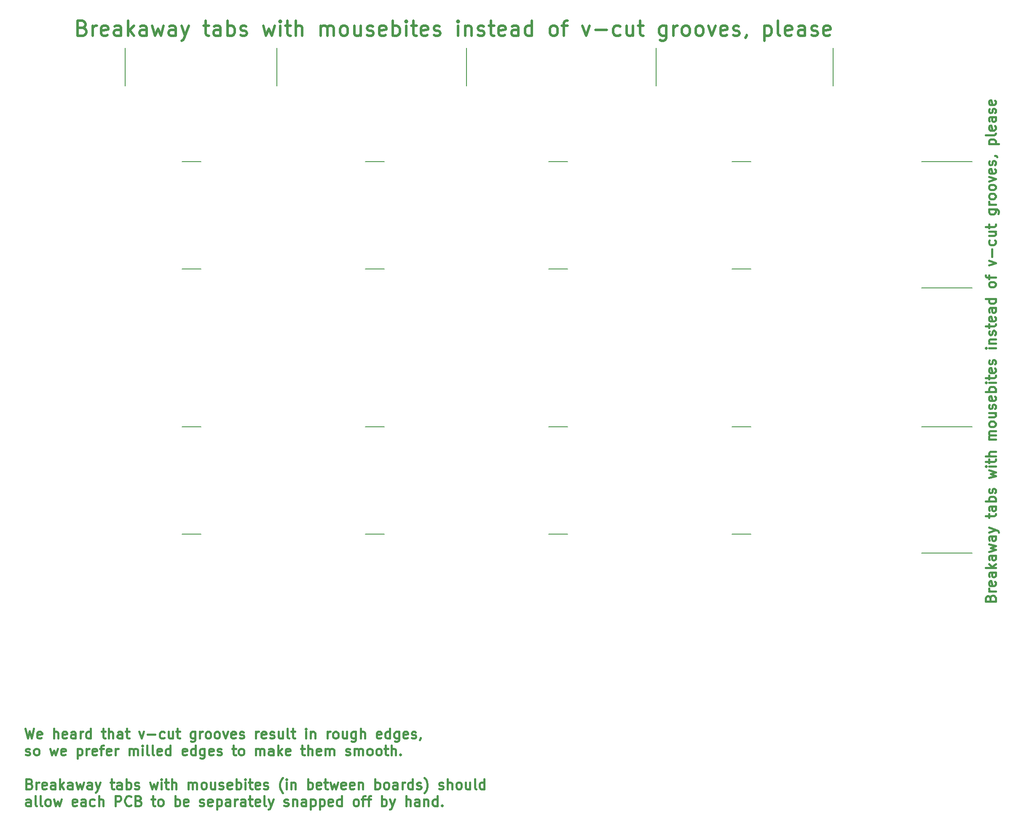
<source format=gbr>
G04 #@! TF.FileFunction,Other,ECO1*
%FSLAX46Y46*%
G04 Gerber Fmt 4.6, Leading zero omitted, Abs format (unit mm)*
G04 Created by KiCad (PCBNEW 4.0.6) date Fri Nov 17 13:30:40 2017*
%MOMM*%
%LPD*%
G01*
G04 APERTURE LIST*
%ADD10C,0.100000*%
%ADD11C,0.200000*%
%ADD12C,0.400000*%
%ADD13C,0.500000*%
G04 APERTURE END LIST*
D10*
D11*
X203200000Y-128270000D02*
X207010000Y-128270000D01*
X203200000Y-106680000D02*
X207010000Y-106680000D01*
X166370000Y-128270000D02*
X170180000Y-128270000D01*
X166370000Y-106680000D02*
X170180000Y-106680000D01*
X129540000Y-128270000D02*
X133350000Y-128270000D01*
X129540000Y-106680000D02*
X133350000Y-106680000D01*
X92710000Y-128270000D02*
X96520000Y-128270000D01*
X92710000Y-106680000D02*
X96520000Y-106680000D01*
X203200000Y-74930000D02*
X207010000Y-74930000D01*
X203200000Y-53340000D02*
X207010000Y-53340000D01*
X166370000Y-74930000D02*
X170180000Y-74930000D01*
X166370000Y-53340000D02*
X170180000Y-53340000D01*
X129540000Y-74930000D02*
X133350000Y-74930000D01*
X129540000Y-53340000D02*
X133350000Y-53340000D01*
X92710000Y-74930000D02*
X96520000Y-74930000D01*
X92710000Y-53340000D02*
X96520000Y-53340000D01*
D12*
X61245714Y-167364762D02*
X61721905Y-169364762D01*
X62102857Y-167936190D01*
X62483810Y-169364762D01*
X62960000Y-167364762D01*
X64483809Y-169269524D02*
X64293333Y-169364762D01*
X63912381Y-169364762D01*
X63721904Y-169269524D01*
X63626666Y-169079048D01*
X63626666Y-168317143D01*
X63721904Y-168126667D01*
X63912381Y-168031429D01*
X64293333Y-168031429D01*
X64483809Y-168126667D01*
X64579047Y-168317143D01*
X64579047Y-168507619D01*
X63626666Y-168698095D01*
X66960000Y-169364762D02*
X66960000Y-167364762D01*
X67817143Y-169364762D02*
X67817143Y-168317143D01*
X67721905Y-168126667D01*
X67531429Y-168031429D01*
X67245715Y-168031429D01*
X67055239Y-168126667D01*
X66960000Y-168221905D01*
X69531429Y-169269524D02*
X69340953Y-169364762D01*
X68960001Y-169364762D01*
X68769524Y-169269524D01*
X68674286Y-169079048D01*
X68674286Y-168317143D01*
X68769524Y-168126667D01*
X68960001Y-168031429D01*
X69340953Y-168031429D01*
X69531429Y-168126667D01*
X69626667Y-168317143D01*
X69626667Y-168507619D01*
X68674286Y-168698095D01*
X71340953Y-169364762D02*
X71340953Y-168317143D01*
X71245715Y-168126667D01*
X71055239Y-168031429D01*
X70674287Y-168031429D01*
X70483810Y-168126667D01*
X71340953Y-169269524D02*
X71150477Y-169364762D01*
X70674287Y-169364762D01*
X70483810Y-169269524D01*
X70388572Y-169079048D01*
X70388572Y-168888571D01*
X70483810Y-168698095D01*
X70674287Y-168602857D01*
X71150477Y-168602857D01*
X71340953Y-168507619D01*
X72293334Y-169364762D02*
X72293334Y-168031429D01*
X72293334Y-168412381D02*
X72388573Y-168221905D01*
X72483811Y-168126667D01*
X72674287Y-168031429D01*
X72864763Y-168031429D01*
X74388572Y-169364762D02*
X74388572Y-167364762D01*
X74388572Y-169269524D02*
X74198096Y-169364762D01*
X73817144Y-169364762D01*
X73626668Y-169269524D01*
X73531429Y-169174286D01*
X73436191Y-168983810D01*
X73436191Y-168412381D01*
X73531429Y-168221905D01*
X73626668Y-168126667D01*
X73817144Y-168031429D01*
X74198096Y-168031429D01*
X74388572Y-168126667D01*
X76579049Y-168031429D02*
X77340954Y-168031429D01*
X76864763Y-167364762D02*
X76864763Y-169079048D01*
X76960002Y-169269524D01*
X77150478Y-169364762D01*
X77340954Y-169364762D01*
X78007620Y-169364762D02*
X78007620Y-167364762D01*
X78864763Y-169364762D02*
X78864763Y-168317143D01*
X78769525Y-168126667D01*
X78579049Y-168031429D01*
X78293335Y-168031429D01*
X78102859Y-168126667D01*
X78007620Y-168221905D01*
X80674287Y-169364762D02*
X80674287Y-168317143D01*
X80579049Y-168126667D01*
X80388573Y-168031429D01*
X80007621Y-168031429D01*
X79817144Y-168126667D01*
X80674287Y-169269524D02*
X80483811Y-169364762D01*
X80007621Y-169364762D01*
X79817144Y-169269524D01*
X79721906Y-169079048D01*
X79721906Y-168888571D01*
X79817144Y-168698095D01*
X80007621Y-168602857D01*
X80483811Y-168602857D01*
X80674287Y-168507619D01*
X81340954Y-168031429D02*
X82102859Y-168031429D01*
X81626668Y-167364762D02*
X81626668Y-169079048D01*
X81721907Y-169269524D01*
X81912383Y-169364762D01*
X82102859Y-169364762D01*
X84102859Y-168031429D02*
X84579050Y-169364762D01*
X85055240Y-168031429D01*
X85817145Y-168602857D02*
X87340955Y-168602857D01*
X89150478Y-169269524D02*
X88960002Y-169364762D01*
X88579050Y-169364762D01*
X88388574Y-169269524D01*
X88293335Y-169174286D01*
X88198097Y-168983810D01*
X88198097Y-168412381D01*
X88293335Y-168221905D01*
X88388574Y-168126667D01*
X88579050Y-168031429D01*
X88960002Y-168031429D01*
X89150478Y-168126667D01*
X90864764Y-168031429D02*
X90864764Y-169364762D01*
X90007621Y-168031429D02*
X90007621Y-169079048D01*
X90102860Y-169269524D01*
X90293336Y-169364762D01*
X90579050Y-169364762D01*
X90769526Y-169269524D01*
X90864764Y-169174286D01*
X91531431Y-168031429D02*
X92293336Y-168031429D01*
X91817145Y-167364762D02*
X91817145Y-169079048D01*
X91912384Y-169269524D01*
X92102860Y-169364762D01*
X92293336Y-169364762D01*
X95340955Y-168031429D02*
X95340955Y-169650476D01*
X95245717Y-169840952D01*
X95150479Y-169936190D01*
X94960003Y-170031429D01*
X94674289Y-170031429D01*
X94483812Y-169936190D01*
X95340955Y-169269524D02*
X95150479Y-169364762D01*
X94769527Y-169364762D01*
X94579051Y-169269524D01*
X94483812Y-169174286D01*
X94388574Y-168983810D01*
X94388574Y-168412381D01*
X94483812Y-168221905D01*
X94579051Y-168126667D01*
X94769527Y-168031429D01*
X95150479Y-168031429D01*
X95340955Y-168126667D01*
X96293336Y-169364762D02*
X96293336Y-168031429D01*
X96293336Y-168412381D02*
X96388575Y-168221905D01*
X96483813Y-168126667D01*
X96674289Y-168031429D01*
X96864765Y-168031429D01*
X97817146Y-169364762D02*
X97626670Y-169269524D01*
X97531431Y-169174286D01*
X97436193Y-168983810D01*
X97436193Y-168412381D01*
X97531431Y-168221905D01*
X97626670Y-168126667D01*
X97817146Y-168031429D01*
X98102860Y-168031429D01*
X98293336Y-168126667D01*
X98388574Y-168221905D01*
X98483812Y-168412381D01*
X98483812Y-168983810D01*
X98388574Y-169174286D01*
X98293336Y-169269524D01*
X98102860Y-169364762D01*
X97817146Y-169364762D01*
X99626670Y-169364762D02*
X99436194Y-169269524D01*
X99340955Y-169174286D01*
X99245717Y-168983810D01*
X99245717Y-168412381D01*
X99340955Y-168221905D01*
X99436194Y-168126667D01*
X99626670Y-168031429D01*
X99912384Y-168031429D01*
X100102860Y-168126667D01*
X100198098Y-168221905D01*
X100293336Y-168412381D01*
X100293336Y-168983810D01*
X100198098Y-169174286D01*
X100102860Y-169269524D01*
X99912384Y-169364762D01*
X99626670Y-169364762D01*
X100960003Y-168031429D02*
X101436194Y-169364762D01*
X101912384Y-168031429D01*
X103436194Y-169269524D02*
X103245718Y-169364762D01*
X102864766Y-169364762D01*
X102674289Y-169269524D01*
X102579051Y-169079048D01*
X102579051Y-168317143D01*
X102674289Y-168126667D01*
X102864766Y-168031429D01*
X103245718Y-168031429D01*
X103436194Y-168126667D01*
X103531432Y-168317143D01*
X103531432Y-168507619D01*
X102579051Y-168698095D01*
X104293337Y-169269524D02*
X104483814Y-169364762D01*
X104864766Y-169364762D01*
X105055242Y-169269524D01*
X105150480Y-169079048D01*
X105150480Y-168983810D01*
X105055242Y-168793333D01*
X104864766Y-168698095D01*
X104579052Y-168698095D01*
X104388575Y-168602857D01*
X104293337Y-168412381D01*
X104293337Y-168317143D01*
X104388575Y-168126667D01*
X104579052Y-168031429D01*
X104864766Y-168031429D01*
X105055242Y-168126667D01*
X107531433Y-169364762D02*
X107531433Y-168031429D01*
X107531433Y-168412381D02*
X107626672Y-168221905D01*
X107721910Y-168126667D01*
X107912386Y-168031429D01*
X108102862Y-168031429D01*
X109531433Y-169269524D02*
X109340957Y-169364762D01*
X108960005Y-169364762D01*
X108769528Y-169269524D01*
X108674290Y-169079048D01*
X108674290Y-168317143D01*
X108769528Y-168126667D01*
X108960005Y-168031429D01*
X109340957Y-168031429D01*
X109531433Y-168126667D01*
X109626671Y-168317143D01*
X109626671Y-168507619D01*
X108674290Y-168698095D01*
X110388576Y-169269524D02*
X110579053Y-169364762D01*
X110960005Y-169364762D01*
X111150481Y-169269524D01*
X111245719Y-169079048D01*
X111245719Y-168983810D01*
X111150481Y-168793333D01*
X110960005Y-168698095D01*
X110674291Y-168698095D01*
X110483814Y-168602857D01*
X110388576Y-168412381D01*
X110388576Y-168317143D01*
X110483814Y-168126667D01*
X110674291Y-168031429D01*
X110960005Y-168031429D01*
X111150481Y-168126667D01*
X112960005Y-168031429D02*
X112960005Y-169364762D01*
X112102862Y-168031429D02*
X112102862Y-169079048D01*
X112198101Y-169269524D01*
X112388577Y-169364762D01*
X112674291Y-169364762D01*
X112864767Y-169269524D01*
X112960005Y-169174286D01*
X114198101Y-169364762D02*
X114007625Y-169269524D01*
X113912386Y-169079048D01*
X113912386Y-167364762D01*
X114674291Y-168031429D02*
X115436196Y-168031429D01*
X114960005Y-167364762D02*
X114960005Y-169079048D01*
X115055244Y-169269524D01*
X115245720Y-169364762D01*
X115436196Y-169364762D01*
X117626672Y-169364762D02*
X117626672Y-168031429D01*
X117626672Y-167364762D02*
X117531434Y-167460000D01*
X117626672Y-167555238D01*
X117721911Y-167460000D01*
X117626672Y-167364762D01*
X117626672Y-167555238D01*
X118579053Y-168031429D02*
X118579053Y-169364762D01*
X118579053Y-168221905D02*
X118674292Y-168126667D01*
X118864768Y-168031429D01*
X119150482Y-168031429D01*
X119340958Y-168126667D01*
X119436196Y-168317143D01*
X119436196Y-169364762D01*
X121912387Y-169364762D02*
X121912387Y-168031429D01*
X121912387Y-168412381D02*
X122007626Y-168221905D01*
X122102864Y-168126667D01*
X122293340Y-168031429D01*
X122483816Y-168031429D01*
X123436197Y-169364762D02*
X123245721Y-169269524D01*
X123150482Y-169174286D01*
X123055244Y-168983810D01*
X123055244Y-168412381D01*
X123150482Y-168221905D01*
X123245721Y-168126667D01*
X123436197Y-168031429D01*
X123721911Y-168031429D01*
X123912387Y-168126667D01*
X124007625Y-168221905D01*
X124102863Y-168412381D01*
X124102863Y-168983810D01*
X124007625Y-169174286D01*
X123912387Y-169269524D01*
X123721911Y-169364762D01*
X123436197Y-169364762D01*
X125817149Y-168031429D02*
X125817149Y-169364762D01*
X124960006Y-168031429D02*
X124960006Y-169079048D01*
X125055245Y-169269524D01*
X125245721Y-169364762D01*
X125531435Y-169364762D01*
X125721911Y-169269524D01*
X125817149Y-169174286D01*
X127626673Y-168031429D02*
X127626673Y-169650476D01*
X127531435Y-169840952D01*
X127436197Y-169936190D01*
X127245721Y-170031429D01*
X126960007Y-170031429D01*
X126769530Y-169936190D01*
X127626673Y-169269524D02*
X127436197Y-169364762D01*
X127055245Y-169364762D01*
X126864769Y-169269524D01*
X126769530Y-169174286D01*
X126674292Y-168983810D01*
X126674292Y-168412381D01*
X126769530Y-168221905D01*
X126864769Y-168126667D01*
X127055245Y-168031429D01*
X127436197Y-168031429D01*
X127626673Y-168126667D01*
X128579054Y-169364762D02*
X128579054Y-167364762D01*
X129436197Y-169364762D02*
X129436197Y-168317143D01*
X129340959Y-168126667D01*
X129150483Y-168031429D01*
X128864769Y-168031429D01*
X128674293Y-168126667D01*
X128579054Y-168221905D01*
X132674293Y-169269524D02*
X132483817Y-169364762D01*
X132102865Y-169364762D01*
X131912388Y-169269524D01*
X131817150Y-169079048D01*
X131817150Y-168317143D01*
X131912388Y-168126667D01*
X132102865Y-168031429D01*
X132483817Y-168031429D01*
X132674293Y-168126667D01*
X132769531Y-168317143D01*
X132769531Y-168507619D01*
X131817150Y-168698095D01*
X134483817Y-169364762D02*
X134483817Y-167364762D01*
X134483817Y-169269524D02*
X134293341Y-169364762D01*
X133912389Y-169364762D01*
X133721913Y-169269524D01*
X133626674Y-169174286D01*
X133531436Y-168983810D01*
X133531436Y-168412381D01*
X133626674Y-168221905D01*
X133721913Y-168126667D01*
X133912389Y-168031429D01*
X134293341Y-168031429D01*
X134483817Y-168126667D01*
X136293341Y-168031429D02*
X136293341Y-169650476D01*
X136198103Y-169840952D01*
X136102865Y-169936190D01*
X135912389Y-170031429D01*
X135626675Y-170031429D01*
X135436198Y-169936190D01*
X136293341Y-169269524D02*
X136102865Y-169364762D01*
X135721913Y-169364762D01*
X135531437Y-169269524D01*
X135436198Y-169174286D01*
X135340960Y-168983810D01*
X135340960Y-168412381D01*
X135436198Y-168221905D01*
X135531437Y-168126667D01*
X135721913Y-168031429D01*
X136102865Y-168031429D01*
X136293341Y-168126667D01*
X138007627Y-169269524D02*
X137817151Y-169364762D01*
X137436199Y-169364762D01*
X137245722Y-169269524D01*
X137150484Y-169079048D01*
X137150484Y-168317143D01*
X137245722Y-168126667D01*
X137436199Y-168031429D01*
X137817151Y-168031429D01*
X138007627Y-168126667D01*
X138102865Y-168317143D01*
X138102865Y-168507619D01*
X137150484Y-168698095D01*
X138864770Y-169269524D02*
X139055247Y-169364762D01*
X139436199Y-169364762D01*
X139626675Y-169269524D01*
X139721913Y-169079048D01*
X139721913Y-168983810D01*
X139626675Y-168793333D01*
X139436199Y-168698095D01*
X139150485Y-168698095D01*
X138960008Y-168602857D01*
X138864770Y-168412381D01*
X138864770Y-168317143D01*
X138960008Y-168126667D01*
X139150485Y-168031429D01*
X139436199Y-168031429D01*
X139626675Y-168126667D01*
X140674295Y-169269524D02*
X140674295Y-169364762D01*
X140579056Y-169555238D01*
X140483818Y-169650476D01*
X61340952Y-172669524D02*
X61531429Y-172764762D01*
X61912381Y-172764762D01*
X62102857Y-172669524D01*
X62198095Y-172479048D01*
X62198095Y-172383810D01*
X62102857Y-172193333D01*
X61912381Y-172098095D01*
X61626667Y-172098095D01*
X61436190Y-172002857D01*
X61340952Y-171812381D01*
X61340952Y-171717143D01*
X61436190Y-171526667D01*
X61626667Y-171431429D01*
X61912381Y-171431429D01*
X62102857Y-171526667D01*
X63340953Y-172764762D02*
X63150477Y-172669524D01*
X63055238Y-172574286D01*
X62960000Y-172383810D01*
X62960000Y-171812381D01*
X63055238Y-171621905D01*
X63150477Y-171526667D01*
X63340953Y-171431429D01*
X63626667Y-171431429D01*
X63817143Y-171526667D01*
X63912381Y-171621905D01*
X64007619Y-171812381D01*
X64007619Y-172383810D01*
X63912381Y-172574286D01*
X63817143Y-172669524D01*
X63626667Y-172764762D01*
X63340953Y-172764762D01*
X66198096Y-171431429D02*
X66579049Y-172764762D01*
X66960001Y-171812381D01*
X67340953Y-172764762D01*
X67721906Y-171431429D01*
X69245715Y-172669524D02*
X69055239Y-172764762D01*
X68674287Y-172764762D01*
X68483810Y-172669524D01*
X68388572Y-172479048D01*
X68388572Y-171717143D01*
X68483810Y-171526667D01*
X68674287Y-171431429D01*
X69055239Y-171431429D01*
X69245715Y-171526667D01*
X69340953Y-171717143D01*
X69340953Y-171907619D01*
X68388572Y-172098095D01*
X71721906Y-171431429D02*
X71721906Y-173431429D01*
X71721906Y-171526667D02*
X71912383Y-171431429D01*
X72293335Y-171431429D01*
X72483811Y-171526667D01*
X72579049Y-171621905D01*
X72674287Y-171812381D01*
X72674287Y-172383810D01*
X72579049Y-172574286D01*
X72483811Y-172669524D01*
X72293335Y-172764762D01*
X71912383Y-172764762D01*
X71721906Y-172669524D01*
X73531430Y-172764762D02*
X73531430Y-171431429D01*
X73531430Y-171812381D02*
X73626669Y-171621905D01*
X73721907Y-171526667D01*
X73912383Y-171431429D01*
X74102859Y-171431429D01*
X75531430Y-172669524D02*
X75340954Y-172764762D01*
X74960002Y-172764762D01*
X74769525Y-172669524D01*
X74674287Y-172479048D01*
X74674287Y-171717143D01*
X74769525Y-171526667D01*
X74960002Y-171431429D01*
X75340954Y-171431429D01*
X75531430Y-171526667D01*
X75626668Y-171717143D01*
X75626668Y-171907619D01*
X74674287Y-172098095D01*
X76198097Y-171431429D02*
X76960002Y-171431429D01*
X76483811Y-172764762D02*
X76483811Y-171050476D01*
X76579050Y-170860000D01*
X76769526Y-170764762D01*
X76960002Y-170764762D01*
X78388573Y-172669524D02*
X78198097Y-172764762D01*
X77817145Y-172764762D01*
X77626668Y-172669524D01*
X77531430Y-172479048D01*
X77531430Y-171717143D01*
X77626668Y-171526667D01*
X77817145Y-171431429D01*
X78198097Y-171431429D01*
X78388573Y-171526667D01*
X78483811Y-171717143D01*
X78483811Y-171907619D01*
X77531430Y-172098095D01*
X79340954Y-172764762D02*
X79340954Y-171431429D01*
X79340954Y-171812381D02*
X79436193Y-171621905D01*
X79531431Y-171526667D01*
X79721907Y-171431429D01*
X79912383Y-171431429D01*
X82102859Y-172764762D02*
X82102859Y-171431429D01*
X82102859Y-171621905D02*
X82198098Y-171526667D01*
X82388574Y-171431429D01*
X82674288Y-171431429D01*
X82864764Y-171526667D01*
X82960002Y-171717143D01*
X82960002Y-172764762D01*
X82960002Y-171717143D02*
X83055240Y-171526667D01*
X83245717Y-171431429D01*
X83531431Y-171431429D01*
X83721907Y-171526667D01*
X83817145Y-171717143D01*
X83817145Y-172764762D01*
X84769526Y-172764762D02*
X84769526Y-171431429D01*
X84769526Y-170764762D02*
X84674288Y-170860000D01*
X84769526Y-170955238D01*
X84864765Y-170860000D01*
X84769526Y-170764762D01*
X84769526Y-170955238D01*
X86007622Y-172764762D02*
X85817146Y-172669524D01*
X85721907Y-172479048D01*
X85721907Y-170764762D01*
X87055241Y-172764762D02*
X86864765Y-172669524D01*
X86769526Y-172479048D01*
X86769526Y-170764762D01*
X88579050Y-172669524D02*
X88388574Y-172764762D01*
X88007622Y-172764762D01*
X87817145Y-172669524D01*
X87721907Y-172479048D01*
X87721907Y-171717143D01*
X87817145Y-171526667D01*
X88007622Y-171431429D01*
X88388574Y-171431429D01*
X88579050Y-171526667D01*
X88674288Y-171717143D01*
X88674288Y-171907619D01*
X87721907Y-172098095D01*
X90388574Y-172764762D02*
X90388574Y-170764762D01*
X90388574Y-172669524D02*
X90198098Y-172764762D01*
X89817146Y-172764762D01*
X89626670Y-172669524D01*
X89531431Y-172574286D01*
X89436193Y-172383810D01*
X89436193Y-171812381D01*
X89531431Y-171621905D01*
X89626670Y-171526667D01*
X89817146Y-171431429D01*
X90198098Y-171431429D01*
X90388574Y-171526667D01*
X93626670Y-172669524D02*
X93436194Y-172764762D01*
X93055242Y-172764762D01*
X92864765Y-172669524D01*
X92769527Y-172479048D01*
X92769527Y-171717143D01*
X92864765Y-171526667D01*
X93055242Y-171431429D01*
X93436194Y-171431429D01*
X93626670Y-171526667D01*
X93721908Y-171717143D01*
X93721908Y-171907619D01*
X92769527Y-172098095D01*
X95436194Y-172764762D02*
X95436194Y-170764762D01*
X95436194Y-172669524D02*
X95245718Y-172764762D01*
X94864766Y-172764762D01*
X94674290Y-172669524D01*
X94579051Y-172574286D01*
X94483813Y-172383810D01*
X94483813Y-171812381D01*
X94579051Y-171621905D01*
X94674290Y-171526667D01*
X94864766Y-171431429D01*
X95245718Y-171431429D01*
X95436194Y-171526667D01*
X97245718Y-171431429D02*
X97245718Y-173050476D01*
X97150480Y-173240952D01*
X97055242Y-173336190D01*
X96864766Y-173431429D01*
X96579052Y-173431429D01*
X96388575Y-173336190D01*
X97245718Y-172669524D02*
X97055242Y-172764762D01*
X96674290Y-172764762D01*
X96483814Y-172669524D01*
X96388575Y-172574286D01*
X96293337Y-172383810D01*
X96293337Y-171812381D01*
X96388575Y-171621905D01*
X96483814Y-171526667D01*
X96674290Y-171431429D01*
X97055242Y-171431429D01*
X97245718Y-171526667D01*
X98960004Y-172669524D02*
X98769528Y-172764762D01*
X98388576Y-172764762D01*
X98198099Y-172669524D01*
X98102861Y-172479048D01*
X98102861Y-171717143D01*
X98198099Y-171526667D01*
X98388576Y-171431429D01*
X98769528Y-171431429D01*
X98960004Y-171526667D01*
X99055242Y-171717143D01*
X99055242Y-171907619D01*
X98102861Y-172098095D01*
X99817147Y-172669524D02*
X100007624Y-172764762D01*
X100388576Y-172764762D01*
X100579052Y-172669524D01*
X100674290Y-172479048D01*
X100674290Y-172383810D01*
X100579052Y-172193333D01*
X100388576Y-172098095D01*
X100102862Y-172098095D01*
X99912385Y-172002857D01*
X99817147Y-171812381D01*
X99817147Y-171717143D01*
X99912385Y-171526667D01*
X100102862Y-171431429D01*
X100388576Y-171431429D01*
X100579052Y-171526667D01*
X102769529Y-171431429D02*
X103531434Y-171431429D01*
X103055243Y-170764762D02*
X103055243Y-172479048D01*
X103150482Y-172669524D01*
X103340958Y-172764762D01*
X103531434Y-172764762D01*
X104483815Y-172764762D02*
X104293339Y-172669524D01*
X104198100Y-172574286D01*
X104102862Y-172383810D01*
X104102862Y-171812381D01*
X104198100Y-171621905D01*
X104293339Y-171526667D01*
X104483815Y-171431429D01*
X104769529Y-171431429D01*
X104960005Y-171526667D01*
X105055243Y-171621905D01*
X105150481Y-171812381D01*
X105150481Y-172383810D01*
X105055243Y-172574286D01*
X104960005Y-172669524D01*
X104769529Y-172764762D01*
X104483815Y-172764762D01*
X107531434Y-172764762D02*
X107531434Y-171431429D01*
X107531434Y-171621905D02*
X107626673Y-171526667D01*
X107817149Y-171431429D01*
X108102863Y-171431429D01*
X108293339Y-171526667D01*
X108388577Y-171717143D01*
X108388577Y-172764762D01*
X108388577Y-171717143D02*
X108483815Y-171526667D01*
X108674292Y-171431429D01*
X108960006Y-171431429D01*
X109150482Y-171526667D01*
X109245720Y-171717143D01*
X109245720Y-172764762D01*
X111055244Y-172764762D02*
X111055244Y-171717143D01*
X110960006Y-171526667D01*
X110769530Y-171431429D01*
X110388578Y-171431429D01*
X110198101Y-171526667D01*
X111055244Y-172669524D02*
X110864768Y-172764762D01*
X110388578Y-172764762D01*
X110198101Y-172669524D01*
X110102863Y-172479048D01*
X110102863Y-172288571D01*
X110198101Y-172098095D01*
X110388578Y-172002857D01*
X110864768Y-172002857D01*
X111055244Y-171907619D01*
X112007625Y-172764762D02*
X112007625Y-170764762D01*
X112198102Y-172002857D02*
X112769530Y-172764762D01*
X112769530Y-171431429D02*
X112007625Y-172193333D01*
X114388578Y-172669524D02*
X114198102Y-172764762D01*
X113817150Y-172764762D01*
X113626673Y-172669524D01*
X113531435Y-172479048D01*
X113531435Y-171717143D01*
X113626673Y-171526667D01*
X113817150Y-171431429D01*
X114198102Y-171431429D01*
X114388578Y-171526667D01*
X114483816Y-171717143D01*
X114483816Y-171907619D01*
X113531435Y-172098095D01*
X116579055Y-171431429D02*
X117340960Y-171431429D01*
X116864769Y-170764762D02*
X116864769Y-172479048D01*
X116960008Y-172669524D01*
X117150484Y-172764762D01*
X117340960Y-172764762D01*
X118007626Y-172764762D02*
X118007626Y-170764762D01*
X118864769Y-172764762D02*
X118864769Y-171717143D01*
X118769531Y-171526667D01*
X118579055Y-171431429D01*
X118293341Y-171431429D01*
X118102865Y-171526667D01*
X118007626Y-171621905D01*
X120579055Y-172669524D02*
X120388579Y-172764762D01*
X120007627Y-172764762D01*
X119817150Y-172669524D01*
X119721912Y-172479048D01*
X119721912Y-171717143D01*
X119817150Y-171526667D01*
X120007627Y-171431429D01*
X120388579Y-171431429D01*
X120579055Y-171526667D01*
X120674293Y-171717143D01*
X120674293Y-171907619D01*
X119721912Y-172098095D01*
X121531436Y-172764762D02*
X121531436Y-171431429D01*
X121531436Y-171621905D02*
X121626675Y-171526667D01*
X121817151Y-171431429D01*
X122102865Y-171431429D01*
X122293341Y-171526667D01*
X122388579Y-171717143D01*
X122388579Y-172764762D01*
X122388579Y-171717143D02*
X122483817Y-171526667D01*
X122674294Y-171431429D01*
X122960008Y-171431429D01*
X123150484Y-171526667D01*
X123245722Y-171717143D01*
X123245722Y-172764762D01*
X125626675Y-172669524D02*
X125817152Y-172764762D01*
X126198104Y-172764762D01*
X126388580Y-172669524D01*
X126483818Y-172479048D01*
X126483818Y-172383810D01*
X126388580Y-172193333D01*
X126198104Y-172098095D01*
X125912390Y-172098095D01*
X125721913Y-172002857D01*
X125626675Y-171812381D01*
X125626675Y-171717143D01*
X125721913Y-171526667D01*
X125912390Y-171431429D01*
X126198104Y-171431429D01*
X126388580Y-171526667D01*
X127340961Y-172764762D02*
X127340961Y-171431429D01*
X127340961Y-171621905D02*
X127436200Y-171526667D01*
X127626676Y-171431429D01*
X127912390Y-171431429D01*
X128102866Y-171526667D01*
X128198104Y-171717143D01*
X128198104Y-172764762D01*
X128198104Y-171717143D02*
X128293342Y-171526667D01*
X128483819Y-171431429D01*
X128769533Y-171431429D01*
X128960009Y-171526667D01*
X129055247Y-171717143D01*
X129055247Y-172764762D01*
X130293343Y-172764762D02*
X130102867Y-172669524D01*
X130007628Y-172574286D01*
X129912390Y-172383810D01*
X129912390Y-171812381D01*
X130007628Y-171621905D01*
X130102867Y-171526667D01*
X130293343Y-171431429D01*
X130579057Y-171431429D01*
X130769533Y-171526667D01*
X130864771Y-171621905D01*
X130960009Y-171812381D01*
X130960009Y-172383810D01*
X130864771Y-172574286D01*
X130769533Y-172669524D01*
X130579057Y-172764762D01*
X130293343Y-172764762D01*
X132102867Y-172764762D02*
X131912391Y-172669524D01*
X131817152Y-172574286D01*
X131721914Y-172383810D01*
X131721914Y-171812381D01*
X131817152Y-171621905D01*
X131912391Y-171526667D01*
X132102867Y-171431429D01*
X132388581Y-171431429D01*
X132579057Y-171526667D01*
X132674295Y-171621905D01*
X132769533Y-171812381D01*
X132769533Y-172383810D01*
X132674295Y-172574286D01*
X132579057Y-172669524D01*
X132388581Y-172764762D01*
X132102867Y-172764762D01*
X133340962Y-171431429D02*
X134102867Y-171431429D01*
X133626676Y-170764762D02*
X133626676Y-172479048D01*
X133721915Y-172669524D01*
X133912391Y-172764762D01*
X134102867Y-172764762D01*
X134769533Y-172764762D02*
X134769533Y-170764762D01*
X135626676Y-172764762D02*
X135626676Y-171717143D01*
X135531438Y-171526667D01*
X135340962Y-171431429D01*
X135055248Y-171431429D01*
X134864772Y-171526667D01*
X134769533Y-171621905D01*
X136579057Y-172574286D02*
X136674296Y-172669524D01*
X136579057Y-172764762D01*
X136483819Y-172669524D01*
X136579057Y-172574286D01*
X136579057Y-172764762D01*
X62102857Y-178517143D02*
X62388571Y-178612381D01*
X62483810Y-178707619D01*
X62579048Y-178898095D01*
X62579048Y-179183810D01*
X62483810Y-179374286D01*
X62388571Y-179469524D01*
X62198095Y-179564762D01*
X61436190Y-179564762D01*
X61436190Y-177564762D01*
X62102857Y-177564762D01*
X62293333Y-177660000D01*
X62388571Y-177755238D01*
X62483810Y-177945714D01*
X62483810Y-178136190D01*
X62388571Y-178326667D01*
X62293333Y-178421905D01*
X62102857Y-178517143D01*
X61436190Y-178517143D01*
X63436190Y-179564762D02*
X63436190Y-178231429D01*
X63436190Y-178612381D02*
X63531429Y-178421905D01*
X63626667Y-178326667D01*
X63817143Y-178231429D01*
X64007619Y-178231429D01*
X65436190Y-179469524D02*
X65245714Y-179564762D01*
X64864762Y-179564762D01*
X64674285Y-179469524D01*
X64579047Y-179279048D01*
X64579047Y-178517143D01*
X64674285Y-178326667D01*
X64864762Y-178231429D01*
X65245714Y-178231429D01*
X65436190Y-178326667D01*
X65531428Y-178517143D01*
X65531428Y-178707619D01*
X64579047Y-178898095D01*
X67245714Y-179564762D02*
X67245714Y-178517143D01*
X67150476Y-178326667D01*
X66960000Y-178231429D01*
X66579048Y-178231429D01*
X66388571Y-178326667D01*
X67245714Y-179469524D02*
X67055238Y-179564762D01*
X66579048Y-179564762D01*
X66388571Y-179469524D01*
X66293333Y-179279048D01*
X66293333Y-179088571D01*
X66388571Y-178898095D01*
X66579048Y-178802857D01*
X67055238Y-178802857D01*
X67245714Y-178707619D01*
X68198095Y-179564762D02*
X68198095Y-177564762D01*
X68388572Y-178802857D02*
X68960000Y-179564762D01*
X68960000Y-178231429D02*
X68198095Y-178993333D01*
X70674286Y-179564762D02*
X70674286Y-178517143D01*
X70579048Y-178326667D01*
X70388572Y-178231429D01*
X70007620Y-178231429D01*
X69817143Y-178326667D01*
X70674286Y-179469524D02*
X70483810Y-179564762D01*
X70007620Y-179564762D01*
X69817143Y-179469524D01*
X69721905Y-179279048D01*
X69721905Y-179088571D01*
X69817143Y-178898095D01*
X70007620Y-178802857D01*
X70483810Y-178802857D01*
X70674286Y-178707619D01*
X71436191Y-178231429D02*
X71817144Y-179564762D01*
X72198096Y-178612381D01*
X72579048Y-179564762D01*
X72960001Y-178231429D01*
X74579048Y-179564762D02*
X74579048Y-178517143D01*
X74483810Y-178326667D01*
X74293334Y-178231429D01*
X73912382Y-178231429D01*
X73721905Y-178326667D01*
X74579048Y-179469524D02*
X74388572Y-179564762D01*
X73912382Y-179564762D01*
X73721905Y-179469524D01*
X73626667Y-179279048D01*
X73626667Y-179088571D01*
X73721905Y-178898095D01*
X73912382Y-178802857D01*
X74388572Y-178802857D01*
X74579048Y-178707619D01*
X75340953Y-178231429D02*
X75817144Y-179564762D01*
X76293334Y-178231429D02*
X75817144Y-179564762D01*
X75626668Y-180040952D01*
X75531429Y-180136190D01*
X75340953Y-180231429D01*
X78293335Y-178231429D02*
X79055240Y-178231429D01*
X78579049Y-177564762D02*
X78579049Y-179279048D01*
X78674288Y-179469524D01*
X78864764Y-179564762D01*
X79055240Y-179564762D01*
X80579049Y-179564762D02*
X80579049Y-178517143D01*
X80483811Y-178326667D01*
X80293335Y-178231429D01*
X79912383Y-178231429D01*
X79721906Y-178326667D01*
X80579049Y-179469524D02*
X80388573Y-179564762D01*
X79912383Y-179564762D01*
X79721906Y-179469524D01*
X79626668Y-179279048D01*
X79626668Y-179088571D01*
X79721906Y-178898095D01*
X79912383Y-178802857D01*
X80388573Y-178802857D01*
X80579049Y-178707619D01*
X81531430Y-179564762D02*
X81531430Y-177564762D01*
X81531430Y-178326667D02*
X81721907Y-178231429D01*
X82102859Y-178231429D01*
X82293335Y-178326667D01*
X82388573Y-178421905D01*
X82483811Y-178612381D01*
X82483811Y-179183810D01*
X82388573Y-179374286D01*
X82293335Y-179469524D01*
X82102859Y-179564762D01*
X81721907Y-179564762D01*
X81531430Y-179469524D01*
X83245716Y-179469524D02*
X83436193Y-179564762D01*
X83817145Y-179564762D01*
X84007621Y-179469524D01*
X84102859Y-179279048D01*
X84102859Y-179183810D01*
X84007621Y-178993333D01*
X83817145Y-178898095D01*
X83531431Y-178898095D01*
X83340954Y-178802857D01*
X83245716Y-178612381D01*
X83245716Y-178517143D01*
X83340954Y-178326667D01*
X83531431Y-178231429D01*
X83817145Y-178231429D01*
X84007621Y-178326667D01*
X86293336Y-178231429D02*
X86674289Y-179564762D01*
X87055241Y-178612381D01*
X87436193Y-179564762D01*
X87817146Y-178231429D01*
X88579050Y-179564762D02*
X88579050Y-178231429D01*
X88579050Y-177564762D02*
X88483812Y-177660000D01*
X88579050Y-177755238D01*
X88674289Y-177660000D01*
X88579050Y-177564762D01*
X88579050Y-177755238D01*
X89245717Y-178231429D02*
X90007622Y-178231429D01*
X89531431Y-177564762D02*
X89531431Y-179279048D01*
X89626670Y-179469524D01*
X89817146Y-179564762D01*
X90007622Y-179564762D01*
X90674288Y-179564762D02*
X90674288Y-177564762D01*
X91531431Y-179564762D02*
X91531431Y-178517143D01*
X91436193Y-178326667D01*
X91245717Y-178231429D01*
X90960003Y-178231429D01*
X90769527Y-178326667D01*
X90674288Y-178421905D01*
X94007622Y-179564762D02*
X94007622Y-178231429D01*
X94007622Y-178421905D02*
X94102861Y-178326667D01*
X94293337Y-178231429D01*
X94579051Y-178231429D01*
X94769527Y-178326667D01*
X94864765Y-178517143D01*
X94864765Y-179564762D01*
X94864765Y-178517143D02*
X94960003Y-178326667D01*
X95150480Y-178231429D01*
X95436194Y-178231429D01*
X95626670Y-178326667D01*
X95721908Y-178517143D01*
X95721908Y-179564762D01*
X96960004Y-179564762D02*
X96769528Y-179469524D01*
X96674289Y-179374286D01*
X96579051Y-179183810D01*
X96579051Y-178612381D01*
X96674289Y-178421905D01*
X96769528Y-178326667D01*
X96960004Y-178231429D01*
X97245718Y-178231429D01*
X97436194Y-178326667D01*
X97531432Y-178421905D01*
X97626670Y-178612381D01*
X97626670Y-179183810D01*
X97531432Y-179374286D01*
X97436194Y-179469524D01*
X97245718Y-179564762D01*
X96960004Y-179564762D01*
X99340956Y-178231429D02*
X99340956Y-179564762D01*
X98483813Y-178231429D02*
X98483813Y-179279048D01*
X98579052Y-179469524D01*
X98769528Y-179564762D01*
X99055242Y-179564762D01*
X99245718Y-179469524D01*
X99340956Y-179374286D01*
X100198099Y-179469524D02*
X100388576Y-179564762D01*
X100769528Y-179564762D01*
X100960004Y-179469524D01*
X101055242Y-179279048D01*
X101055242Y-179183810D01*
X100960004Y-178993333D01*
X100769528Y-178898095D01*
X100483814Y-178898095D01*
X100293337Y-178802857D01*
X100198099Y-178612381D01*
X100198099Y-178517143D01*
X100293337Y-178326667D01*
X100483814Y-178231429D01*
X100769528Y-178231429D01*
X100960004Y-178326667D01*
X102674290Y-179469524D02*
X102483814Y-179564762D01*
X102102862Y-179564762D01*
X101912385Y-179469524D01*
X101817147Y-179279048D01*
X101817147Y-178517143D01*
X101912385Y-178326667D01*
X102102862Y-178231429D01*
X102483814Y-178231429D01*
X102674290Y-178326667D01*
X102769528Y-178517143D01*
X102769528Y-178707619D01*
X101817147Y-178898095D01*
X103626671Y-179564762D02*
X103626671Y-177564762D01*
X103626671Y-178326667D02*
X103817148Y-178231429D01*
X104198100Y-178231429D01*
X104388576Y-178326667D01*
X104483814Y-178421905D01*
X104579052Y-178612381D01*
X104579052Y-179183810D01*
X104483814Y-179374286D01*
X104388576Y-179469524D01*
X104198100Y-179564762D01*
X103817148Y-179564762D01*
X103626671Y-179469524D01*
X105436195Y-179564762D02*
X105436195Y-178231429D01*
X105436195Y-177564762D02*
X105340957Y-177660000D01*
X105436195Y-177755238D01*
X105531434Y-177660000D01*
X105436195Y-177564762D01*
X105436195Y-177755238D01*
X106102862Y-178231429D02*
X106864767Y-178231429D01*
X106388576Y-177564762D02*
X106388576Y-179279048D01*
X106483815Y-179469524D01*
X106674291Y-179564762D01*
X106864767Y-179564762D01*
X108293338Y-179469524D02*
X108102862Y-179564762D01*
X107721910Y-179564762D01*
X107531433Y-179469524D01*
X107436195Y-179279048D01*
X107436195Y-178517143D01*
X107531433Y-178326667D01*
X107721910Y-178231429D01*
X108102862Y-178231429D01*
X108293338Y-178326667D01*
X108388576Y-178517143D01*
X108388576Y-178707619D01*
X107436195Y-178898095D01*
X109150481Y-179469524D02*
X109340958Y-179564762D01*
X109721910Y-179564762D01*
X109912386Y-179469524D01*
X110007624Y-179279048D01*
X110007624Y-179183810D01*
X109912386Y-178993333D01*
X109721910Y-178898095D01*
X109436196Y-178898095D01*
X109245719Y-178802857D01*
X109150481Y-178612381D01*
X109150481Y-178517143D01*
X109245719Y-178326667D01*
X109436196Y-178231429D01*
X109721910Y-178231429D01*
X109912386Y-178326667D01*
X112960006Y-180326667D02*
X112864768Y-180231429D01*
X112674292Y-179945714D01*
X112579054Y-179755238D01*
X112483816Y-179469524D01*
X112388577Y-178993333D01*
X112388577Y-178612381D01*
X112483816Y-178136190D01*
X112579054Y-177850476D01*
X112674292Y-177660000D01*
X112864768Y-177374286D01*
X112960006Y-177279048D01*
X113721910Y-179564762D02*
X113721910Y-178231429D01*
X113721910Y-177564762D02*
X113626672Y-177660000D01*
X113721910Y-177755238D01*
X113817149Y-177660000D01*
X113721910Y-177564762D01*
X113721910Y-177755238D01*
X114674291Y-178231429D02*
X114674291Y-179564762D01*
X114674291Y-178421905D02*
X114769530Y-178326667D01*
X114960006Y-178231429D01*
X115245720Y-178231429D01*
X115436196Y-178326667D01*
X115531434Y-178517143D01*
X115531434Y-179564762D01*
X118007625Y-179564762D02*
X118007625Y-177564762D01*
X118007625Y-178326667D02*
X118198102Y-178231429D01*
X118579054Y-178231429D01*
X118769530Y-178326667D01*
X118864768Y-178421905D01*
X118960006Y-178612381D01*
X118960006Y-179183810D01*
X118864768Y-179374286D01*
X118769530Y-179469524D01*
X118579054Y-179564762D01*
X118198102Y-179564762D01*
X118007625Y-179469524D01*
X120579054Y-179469524D02*
X120388578Y-179564762D01*
X120007626Y-179564762D01*
X119817149Y-179469524D01*
X119721911Y-179279048D01*
X119721911Y-178517143D01*
X119817149Y-178326667D01*
X120007626Y-178231429D01*
X120388578Y-178231429D01*
X120579054Y-178326667D01*
X120674292Y-178517143D01*
X120674292Y-178707619D01*
X119721911Y-178898095D01*
X121245721Y-178231429D02*
X122007626Y-178231429D01*
X121531435Y-177564762D02*
X121531435Y-179279048D01*
X121626674Y-179469524D01*
X121817150Y-179564762D01*
X122007626Y-179564762D01*
X122483816Y-178231429D02*
X122864769Y-179564762D01*
X123245721Y-178612381D01*
X123626673Y-179564762D01*
X124007626Y-178231429D01*
X125531435Y-179469524D02*
X125340959Y-179564762D01*
X124960007Y-179564762D01*
X124769530Y-179469524D01*
X124674292Y-179279048D01*
X124674292Y-178517143D01*
X124769530Y-178326667D01*
X124960007Y-178231429D01*
X125340959Y-178231429D01*
X125531435Y-178326667D01*
X125626673Y-178517143D01*
X125626673Y-178707619D01*
X124674292Y-178898095D01*
X127245721Y-179469524D02*
X127055245Y-179564762D01*
X126674293Y-179564762D01*
X126483816Y-179469524D01*
X126388578Y-179279048D01*
X126388578Y-178517143D01*
X126483816Y-178326667D01*
X126674293Y-178231429D01*
X127055245Y-178231429D01*
X127245721Y-178326667D01*
X127340959Y-178517143D01*
X127340959Y-178707619D01*
X126388578Y-178898095D01*
X128198102Y-178231429D02*
X128198102Y-179564762D01*
X128198102Y-178421905D02*
X128293341Y-178326667D01*
X128483817Y-178231429D01*
X128769531Y-178231429D01*
X128960007Y-178326667D01*
X129055245Y-178517143D01*
X129055245Y-179564762D01*
X131531436Y-179564762D02*
X131531436Y-177564762D01*
X131531436Y-178326667D02*
X131721913Y-178231429D01*
X132102865Y-178231429D01*
X132293341Y-178326667D01*
X132388579Y-178421905D01*
X132483817Y-178612381D01*
X132483817Y-179183810D01*
X132388579Y-179374286D01*
X132293341Y-179469524D01*
X132102865Y-179564762D01*
X131721913Y-179564762D01*
X131531436Y-179469524D01*
X133626675Y-179564762D02*
X133436199Y-179469524D01*
X133340960Y-179374286D01*
X133245722Y-179183810D01*
X133245722Y-178612381D01*
X133340960Y-178421905D01*
X133436199Y-178326667D01*
X133626675Y-178231429D01*
X133912389Y-178231429D01*
X134102865Y-178326667D01*
X134198103Y-178421905D01*
X134293341Y-178612381D01*
X134293341Y-179183810D01*
X134198103Y-179374286D01*
X134102865Y-179469524D01*
X133912389Y-179564762D01*
X133626675Y-179564762D01*
X136007627Y-179564762D02*
X136007627Y-178517143D01*
X135912389Y-178326667D01*
X135721913Y-178231429D01*
X135340961Y-178231429D01*
X135150484Y-178326667D01*
X136007627Y-179469524D02*
X135817151Y-179564762D01*
X135340961Y-179564762D01*
X135150484Y-179469524D01*
X135055246Y-179279048D01*
X135055246Y-179088571D01*
X135150484Y-178898095D01*
X135340961Y-178802857D01*
X135817151Y-178802857D01*
X136007627Y-178707619D01*
X136960008Y-179564762D02*
X136960008Y-178231429D01*
X136960008Y-178612381D02*
X137055247Y-178421905D01*
X137150485Y-178326667D01*
X137340961Y-178231429D01*
X137531437Y-178231429D01*
X139055246Y-179564762D02*
X139055246Y-177564762D01*
X139055246Y-179469524D02*
X138864770Y-179564762D01*
X138483818Y-179564762D01*
X138293342Y-179469524D01*
X138198103Y-179374286D01*
X138102865Y-179183810D01*
X138102865Y-178612381D01*
X138198103Y-178421905D01*
X138293342Y-178326667D01*
X138483818Y-178231429D01*
X138864770Y-178231429D01*
X139055246Y-178326667D01*
X139912389Y-179469524D02*
X140102866Y-179564762D01*
X140483818Y-179564762D01*
X140674294Y-179469524D01*
X140769532Y-179279048D01*
X140769532Y-179183810D01*
X140674294Y-178993333D01*
X140483818Y-178898095D01*
X140198104Y-178898095D01*
X140007627Y-178802857D01*
X139912389Y-178612381D01*
X139912389Y-178517143D01*
X140007627Y-178326667D01*
X140198104Y-178231429D01*
X140483818Y-178231429D01*
X140674294Y-178326667D01*
X141436199Y-180326667D02*
X141531437Y-180231429D01*
X141721914Y-179945714D01*
X141817152Y-179755238D01*
X141912390Y-179469524D01*
X142007628Y-178993333D01*
X142007628Y-178612381D01*
X141912390Y-178136190D01*
X141817152Y-177850476D01*
X141721914Y-177660000D01*
X141531437Y-177374286D01*
X141436199Y-177279048D01*
X144388580Y-179469524D02*
X144579057Y-179564762D01*
X144960009Y-179564762D01*
X145150485Y-179469524D01*
X145245723Y-179279048D01*
X145245723Y-179183810D01*
X145150485Y-178993333D01*
X144960009Y-178898095D01*
X144674295Y-178898095D01*
X144483818Y-178802857D01*
X144388580Y-178612381D01*
X144388580Y-178517143D01*
X144483818Y-178326667D01*
X144674295Y-178231429D01*
X144960009Y-178231429D01*
X145150485Y-178326667D01*
X146102866Y-179564762D02*
X146102866Y-177564762D01*
X146960009Y-179564762D02*
X146960009Y-178517143D01*
X146864771Y-178326667D01*
X146674295Y-178231429D01*
X146388581Y-178231429D01*
X146198105Y-178326667D01*
X146102866Y-178421905D01*
X148198105Y-179564762D02*
X148007629Y-179469524D01*
X147912390Y-179374286D01*
X147817152Y-179183810D01*
X147817152Y-178612381D01*
X147912390Y-178421905D01*
X148007629Y-178326667D01*
X148198105Y-178231429D01*
X148483819Y-178231429D01*
X148674295Y-178326667D01*
X148769533Y-178421905D01*
X148864771Y-178612381D01*
X148864771Y-179183810D01*
X148769533Y-179374286D01*
X148674295Y-179469524D01*
X148483819Y-179564762D01*
X148198105Y-179564762D01*
X150579057Y-178231429D02*
X150579057Y-179564762D01*
X149721914Y-178231429D02*
X149721914Y-179279048D01*
X149817153Y-179469524D01*
X150007629Y-179564762D01*
X150293343Y-179564762D01*
X150483819Y-179469524D01*
X150579057Y-179374286D01*
X151817153Y-179564762D02*
X151626677Y-179469524D01*
X151531438Y-179279048D01*
X151531438Y-177564762D01*
X153436200Y-179564762D02*
X153436200Y-177564762D01*
X153436200Y-179469524D02*
X153245724Y-179564762D01*
X152864772Y-179564762D01*
X152674296Y-179469524D01*
X152579057Y-179374286D01*
X152483819Y-179183810D01*
X152483819Y-178612381D01*
X152579057Y-178421905D01*
X152674296Y-178326667D01*
X152864772Y-178231429D01*
X153245724Y-178231429D01*
X153436200Y-178326667D01*
X62293333Y-182964762D02*
X62293333Y-181917143D01*
X62198095Y-181726667D01*
X62007619Y-181631429D01*
X61626667Y-181631429D01*
X61436190Y-181726667D01*
X62293333Y-182869524D02*
X62102857Y-182964762D01*
X61626667Y-182964762D01*
X61436190Y-182869524D01*
X61340952Y-182679048D01*
X61340952Y-182488571D01*
X61436190Y-182298095D01*
X61626667Y-182202857D01*
X62102857Y-182202857D01*
X62293333Y-182107619D01*
X63531429Y-182964762D02*
X63340953Y-182869524D01*
X63245714Y-182679048D01*
X63245714Y-180964762D01*
X64579048Y-182964762D02*
X64388572Y-182869524D01*
X64293333Y-182679048D01*
X64293333Y-180964762D01*
X65626667Y-182964762D02*
X65436191Y-182869524D01*
X65340952Y-182774286D01*
X65245714Y-182583810D01*
X65245714Y-182012381D01*
X65340952Y-181821905D01*
X65436191Y-181726667D01*
X65626667Y-181631429D01*
X65912381Y-181631429D01*
X66102857Y-181726667D01*
X66198095Y-181821905D01*
X66293333Y-182012381D01*
X66293333Y-182583810D01*
X66198095Y-182774286D01*
X66102857Y-182869524D01*
X65912381Y-182964762D01*
X65626667Y-182964762D01*
X66960000Y-181631429D02*
X67340953Y-182964762D01*
X67721905Y-182012381D01*
X68102857Y-182964762D01*
X68483810Y-181631429D01*
X71531429Y-182869524D02*
X71340953Y-182964762D01*
X70960001Y-182964762D01*
X70769524Y-182869524D01*
X70674286Y-182679048D01*
X70674286Y-181917143D01*
X70769524Y-181726667D01*
X70960001Y-181631429D01*
X71340953Y-181631429D01*
X71531429Y-181726667D01*
X71626667Y-181917143D01*
X71626667Y-182107619D01*
X70674286Y-182298095D01*
X73340953Y-182964762D02*
X73340953Y-181917143D01*
X73245715Y-181726667D01*
X73055239Y-181631429D01*
X72674287Y-181631429D01*
X72483810Y-181726667D01*
X73340953Y-182869524D02*
X73150477Y-182964762D01*
X72674287Y-182964762D01*
X72483810Y-182869524D01*
X72388572Y-182679048D01*
X72388572Y-182488571D01*
X72483810Y-182298095D01*
X72674287Y-182202857D01*
X73150477Y-182202857D01*
X73340953Y-182107619D01*
X75150477Y-182869524D02*
X74960001Y-182964762D01*
X74579049Y-182964762D01*
X74388573Y-182869524D01*
X74293334Y-182774286D01*
X74198096Y-182583810D01*
X74198096Y-182012381D01*
X74293334Y-181821905D01*
X74388573Y-181726667D01*
X74579049Y-181631429D01*
X74960001Y-181631429D01*
X75150477Y-181726667D01*
X76007620Y-182964762D02*
X76007620Y-180964762D01*
X76864763Y-182964762D02*
X76864763Y-181917143D01*
X76769525Y-181726667D01*
X76579049Y-181631429D01*
X76293335Y-181631429D01*
X76102859Y-181726667D01*
X76007620Y-181821905D01*
X79340954Y-182964762D02*
X79340954Y-180964762D01*
X80102859Y-180964762D01*
X80293335Y-181060000D01*
X80388574Y-181155238D01*
X80483812Y-181345714D01*
X80483812Y-181631429D01*
X80388574Y-181821905D01*
X80293335Y-181917143D01*
X80102859Y-182012381D01*
X79340954Y-182012381D01*
X82483812Y-182774286D02*
X82388574Y-182869524D01*
X82102859Y-182964762D01*
X81912383Y-182964762D01*
X81626669Y-182869524D01*
X81436193Y-182679048D01*
X81340954Y-182488571D01*
X81245716Y-182107619D01*
X81245716Y-181821905D01*
X81340954Y-181440952D01*
X81436193Y-181250476D01*
X81626669Y-181060000D01*
X81912383Y-180964762D01*
X82102859Y-180964762D01*
X82388574Y-181060000D01*
X82483812Y-181155238D01*
X84007621Y-181917143D02*
X84293335Y-182012381D01*
X84388574Y-182107619D01*
X84483812Y-182298095D01*
X84483812Y-182583810D01*
X84388574Y-182774286D01*
X84293335Y-182869524D01*
X84102859Y-182964762D01*
X83340954Y-182964762D01*
X83340954Y-180964762D01*
X84007621Y-180964762D01*
X84198097Y-181060000D01*
X84293335Y-181155238D01*
X84388574Y-181345714D01*
X84388574Y-181536190D01*
X84293335Y-181726667D01*
X84198097Y-181821905D01*
X84007621Y-181917143D01*
X83340954Y-181917143D01*
X86579050Y-181631429D02*
X87340955Y-181631429D01*
X86864764Y-180964762D02*
X86864764Y-182679048D01*
X86960003Y-182869524D01*
X87150479Y-182964762D01*
X87340955Y-182964762D01*
X88293336Y-182964762D02*
X88102860Y-182869524D01*
X88007621Y-182774286D01*
X87912383Y-182583810D01*
X87912383Y-182012381D01*
X88007621Y-181821905D01*
X88102860Y-181726667D01*
X88293336Y-181631429D01*
X88579050Y-181631429D01*
X88769526Y-181726667D01*
X88864764Y-181821905D01*
X88960002Y-182012381D01*
X88960002Y-182583810D01*
X88864764Y-182774286D01*
X88769526Y-182869524D01*
X88579050Y-182964762D01*
X88293336Y-182964762D01*
X91340955Y-182964762D02*
X91340955Y-180964762D01*
X91340955Y-181726667D02*
X91531432Y-181631429D01*
X91912384Y-181631429D01*
X92102860Y-181726667D01*
X92198098Y-181821905D01*
X92293336Y-182012381D01*
X92293336Y-182583810D01*
X92198098Y-182774286D01*
X92102860Y-182869524D01*
X91912384Y-182964762D01*
X91531432Y-182964762D01*
X91340955Y-182869524D01*
X93912384Y-182869524D02*
X93721908Y-182964762D01*
X93340956Y-182964762D01*
X93150479Y-182869524D01*
X93055241Y-182679048D01*
X93055241Y-181917143D01*
X93150479Y-181726667D01*
X93340956Y-181631429D01*
X93721908Y-181631429D01*
X93912384Y-181726667D01*
X94007622Y-181917143D01*
X94007622Y-182107619D01*
X93055241Y-182298095D01*
X96293337Y-182869524D02*
X96483814Y-182964762D01*
X96864766Y-182964762D01*
X97055242Y-182869524D01*
X97150480Y-182679048D01*
X97150480Y-182583810D01*
X97055242Y-182393333D01*
X96864766Y-182298095D01*
X96579052Y-182298095D01*
X96388575Y-182202857D01*
X96293337Y-182012381D01*
X96293337Y-181917143D01*
X96388575Y-181726667D01*
X96579052Y-181631429D01*
X96864766Y-181631429D01*
X97055242Y-181726667D01*
X98769528Y-182869524D02*
X98579052Y-182964762D01*
X98198100Y-182964762D01*
X98007623Y-182869524D01*
X97912385Y-182679048D01*
X97912385Y-181917143D01*
X98007623Y-181726667D01*
X98198100Y-181631429D01*
X98579052Y-181631429D01*
X98769528Y-181726667D01*
X98864766Y-181917143D01*
X98864766Y-182107619D01*
X97912385Y-182298095D01*
X99721909Y-181631429D02*
X99721909Y-183631429D01*
X99721909Y-181726667D02*
X99912386Y-181631429D01*
X100293338Y-181631429D01*
X100483814Y-181726667D01*
X100579052Y-181821905D01*
X100674290Y-182012381D01*
X100674290Y-182583810D01*
X100579052Y-182774286D01*
X100483814Y-182869524D01*
X100293338Y-182964762D01*
X99912386Y-182964762D01*
X99721909Y-182869524D01*
X102388576Y-182964762D02*
X102388576Y-181917143D01*
X102293338Y-181726667D01*
X102102862Y-181631429D01*
X101721910Y-181631429D01*
X101531433Y-181726667D01*
X102388576Y-182869524D02*
X102198100Y-182964762D01*
X101721910Y-182964762D01*
X101531433Y-182869524D01*
X101436195Y-182679048D01*
X101436195Y-182488571D01*
X101531433Y-182298095D01*
X101721910Y-182202857D01*
X102198100Y-182202857D01*
X102388576Y-182107619D01*
X103340957Y-182964762D02*
X103340957Y-181631429D01*
X103340957Y-182012381D02*
X103436196Y-181821905D01*
X103531434Y-181726667D01*
X103721910Y-181631429D01*
X103912386Y-181631429D01*
X105436195Y-182964762D02*
X105436195Y-181917143D01*
X105340957Y-181726667D01*
X105150481Y-181631429D01*
X104769529Y-181631429D01*
X104579052Y-181726667D01*
X105436195Y-182869524D02*
X105245719Y-182964762D01*
X104769529Y-182964762D01*
X104579052Y-182869524D01*
X104483814Y-182679048D01*
X104483814Y-182488571D01*
X104579052Y-182298095D01*
X104769529Y-182202857D01*
X105245719Y-182202857D01*
X105436195Y-182107619D01*
X106102862Y-181631429D02*
X106864767Y-181631429D01*
X106388576Y-180964762D02*
X106388576Y-182679048D01*
X106483815Y-182869524D01*
X106674291Y-182964762D01*
X106864767Y-182964762D01*
X108293338Y-182869524D02*
X108102862Y-182964762D01*
X107721910Y-182964762D01*
X107531433Y-182869524D01*
X107436195Y-182679048D01*
X107436195Y-181917143D01*
X107531433Y-181726667D01*
X107721910Y-181631429D01*
X108102862Y-181631429D01*
X108293338Y-181726667D01*
X108388576Y-181917143D01*
X108388576Y-182107619D01*
X107436195Y-182298095D01*
X109531434Y-182964762D02*
X109340958Y-182869524D01*
X109245719Y-182679048D01*
X109245719Y-180964762D01*
X110102862Y-181631429D02*
X110579053Y-182964762D01*
X111055243Y-181631429D02*
X110579053Y-182964762D01*
X110388577Y-183440952D01*
X110293338Y-183536190D01*
X110102862Y-183631429D01*
X113245720Y-182869524D02*
X113436197Y-182964762D01*
X113817149Y-182964762D01*
X114007625Y-182869524D01*
X114102863Y-182679048D01*
X114102863Y-182583810D01*
X114007625Y-182393333D01*
X113817149Y-182298095D01*
X113531435Y-182298095D01*
X113340958Y-182202857D01*
X113245720Y-182012381D01*
X113245720Y-181917143D01*
X113340958Y-181726667D01*
X113531435Y-181631429D01*
X113817149Y-181631429D01*
X114007625Y-181726667D01*
X114960006Y-181631429D02*
X114960006Y-182964762D01*
X114960006Y-181821905D02*
X115055245Y-181726667D01*
X115245721Y-181631429D01*
X115531435Y-181631429D01*
X115721911Y-181726667D01*
X115817149Y-181917143D01*
X115817149Y-182964762D01*
X117626673Y-182964762D02*
X117626673Y-181917143D01*
X117531435Y-181726667D01*
X117340959Y-181631429D01*
X116960007Y-181631429D01*
X116769530Y-181726667D01*
X117626673Y-182869524D02*
X117436197Y-182964762D01*
X116960007Y-182964762D01*
X116769530Y-182869524D01*
X116674292Y-182679048D01*
X116674292Y-182488571D01*
X116769530Y-182298095D01*
X116960007Y-182202857D01*
X117436197Y-182202857D01*
X117626673Y-182107619D01*
X118579054Y-181631429D02*
X118579054Y-183631429D01*
X118579054Y-181726667D02*
X118769531Y-181631429D01*
X119150483Y-181631429D01*
X119340959Y-181726667D01*
X119436197Y-181821905D01*
X119531435Y-182012381D01*
X119531435Y-182583810D01*
X119436197Y-182774286D01*
X119340959Y-182869524D01*
X119150483Y-182964762D01*
X118769531Y-182964762D01*
X118579054Y-182869524D01*
X120388578Y-181631429D02*
X120388578Y-183631429D01*
X120388578Y-181726667D02*
X120579055Y-181631429D01*
X120960007Y-181631429D01*
X121150483Y-181726667D01*
X121245721Y-181821905D01*
X121340959Y-182012381D01*
X121340959Y-182583810D01*
X121245721Y-182774286D01*
X121150483Y-182869524D01*
X120960007Y-182964762D01*
X120579055Y-182964762D01*
X120388578Y-182869524D01*
X122960007Y-182869524D02*
X122769531Y-182964762D01*
X122388579Y-182964762D01*
X122198102Y-182869524D01*
X122102864Y-182679048D01*
X122102864Y-181917143D01*
X122198102Y-181726667D01*
X122388579Y-181631429D01*
X122769531Y-181631429D01*
X122960007Y-181726667D01*
X123055245Y-181917143D01*
X123055245Y-182107619D01*
X122102864Y-182298095D01*
X124769531Y-182964762D02*
X124769531Y-180964762D01*
X124769531Y-182869524D02*
X124579055Y-182964762D01*
X124198103Y-182964762D01*
X124007627Y-182869524D01*
X123912388Y-182774286D01*
X123817150Y-182583810D01*
X123817150Y-182012381D01*
X123912388Y-181821905D01*
X124007627Y-181726667D01*
X124198103Y-181631429D01*
X124579055Y-181631429D01*
X124769531Y-181726667D01*
X127531437Y-182964762D02*
X127340961Y-182869524D01*
X127245722Y-182774286D01*
X127150484Y-182583810D01*
X127150484Y-182012381D01*
X127245722Y-181821905D01*
X127340961Y-181726667D01*
X127531437Y-181631429D01*
X127817151Y-181631429D01*
X128007627Y-181726667D01*
X128102865Y-181821905D01*
X128198103Y-182012381D01*
X128198103Y-182583810D01*
X128102865Y-182774286D01*
X128007627Y-182869524D01*
X127817151Y-182964762D01*
X127531437Y-182964762D01*
X128769532Y-181631429D02*
X129531437Y-181631429D01*
X129055246Y-182964762D02*
X129055246Y-181250476D01*
X129150485Y-181060000D01*
X129340961Y-180964762D01*
X129531437Y-180964762D01*
X129912389Y-181631429D02*
X130674294Y-181631429D01*
X130198103Y-182964762D02*
X130198103Y-181250476D01*
X130293342Y-181060000D01*
X130483818Y-180964762D01*
X130674294Y-180964762D01*
X132864770Y-182964762D02*
X132864770Y-180964762D01*
X132864770Y-181726667D02*
X133055247Y-181631429D01*
X133436199Y-181631429D01*
X133626675Y-181726667D01*
X133721913Y-181821905D01*
X133817151Y-182012381D01*
X133817151Y-182583810D01*
X133721913Y-182774286D01*
X133626675Y-182869524D01*
X133436199Y-182964762D01*
X133055247Y-182964762D01*
X132864770Y-182869524D01*
X134483818Y-181631429D02*
X134960009Y-182964762D01*
X135436199Y-181631429D02*
X134960009Y-182964762D01*
X134769533Y-183440952D01*
X134674294Y-183536190D01*
X134483818Y-183631429D01*
X137721914Y-182964762D02*
X137721914Y-180964762D01*
X138579057Y-182964762D02*
X138579057Y-181917143D01*
X138483819Y-181726667D01*
X138293343Y-181631429D01*
X138007629Y-181631429D01*
X137817153Y-181726667D01*
X137721914Y-181821905D01*
X140388581Y-182964762D02*
X140388581Y-181917143D01*
X140293343Y-181726667D01*
X140102867Y-181631429D01*
X139721915Y-181631429D01*
X139531438Y-181726667D01*
X140388581Y-182869524D02*
X140198105Y-182964762D01*
X139721915Y-182964762D01*
X139531438Y-182869524D01*
X139436200Y-182679048D01*
X139436200Y-182488571D01*
X139531438Y-182298095D01*
X139721915Y-182202857D01*
X140198105Y-182202857D01*
X140388581Y-182107619D01*
X141340962Y-181631429D02*
X141340962Y-182964762D01*
X141340962Y-181821905D02*
X141436201Y-181726667D01*
X141626677Y-181631429D01*
X141912391Y-181631429D01*
X142102867Y-181726667D01*
X142198105Y-181917143D01*
X142198105Y-182964762D01*
X144007629Y-182964762D02*
X144007629Y-180964762D01*
X144007629Y-182869524D02*
X143817153Y-182964762D01*
X143436201Y-182964762D01*
X143245725Y-182869524D01*
X143150486Y-182774286D01*
X143055248Y-182583810D01*
X143055248Y-182012381D01*
X143150486Y-181821905D01*
X143245725Y-181726667D01*
X143436201Y-181631429D01*
X143817153Y-181631429D01*
X144007629Y-181726667D01*
X144960010Y-182774286D02*
X145055249Y-182869524D01*
X144960010Y-182964762D01*
X144864772Y-182869524D01*
X144960010Y-182774286D01*
X144960010Y-182964762D01*
D11*
X251460000Y-132080000D02*
X241300000Y-132080000D01*
X251460000Y-106680000D02*
X241300000Y-106680000D01*
X251460000Y-78740000D02*
X241300000Y-78740000D01*
X251460000Y-53340000D02*
X241300000Y-53340000D01*
X223520000Y-30480000D02*
X223520000Y-38100000D01*
X187960000Y-30480000D02*
X187960000Y-38100000D01*
X149860000Y-30480000D02*
X149860000Y-38100000D01*
X111760000Y-30480000D02*
X111760000Y-38100000D01*
X81280000Y-30480000D02*
X81280000Y-38100000D01*
D12*
X255127143Y-141154292D02*
X255222381Y-140868578D01*
X255317619Y-140773339D01*
X255508095Y-140678101D01*
X255793810Y-140678101D01*
X255984286Y-140773339D01*
X256079524Y-140868578D01*
X256174762Y-141059054D01*
X256174762Y-141820959D01*
X254174762Y-141820959D01*
X254174762Y-141154292D01*
X254270000Y-140963816D01*
X254365238Y-140868578D01*
X254555714Y-140773339D01*
X254746190Y-140773339D01*
X254936667Y-140868578D01*
X255031905Y-140963816D01*
X255127143Y-141154292D01*
X255127143Y-141820959D01*
X256174762Y-139820959D02*
X254841429Y-139820959D01*
X255222381Y-139820959D02*
X255031905Y-139725720D01*
X254936667Y-139630482D01*
X254841429Y-139440006D01*
X254841429Y-139249530D01*
X256079524Y-137820959D02*
X256174762Y-138011435D01*
X256174762Y-138392387D01*
X256079524Y-138582864D01*
X255889048Y-138678102D01*
X255127143Y-138678102D01*
X254936667Y-138582864D01*
X254841429Y-138392387D01*
X254841429Y-138011435D01*
X254936667Y-137820959D01*
X255127143Y-137725721D01*
X255317619Y-137725721D01*
X255508095Y-138678102D01*
X256174762Y-136011435D02*
X255127143Y-136011435D01*
X254936667Y-136106673D01*
X254841429Y-136297149D01*
X254841429Y-136678101D01*
X254936667Y-136868578D01*
X256079524Y-136011435D02*
X256174762Y-136201911D01*
X256174762Y-136678101D01*
X256079524Y-136868578D01*
X255889048Y-136963816D01*
X255698571Y-136963816D01*
X255508095Y-136868578D01*
X255412857Y-136678101D01*
X255412857Y-136201911D01*
X255317619Y-136011435D01*
X256174762Y-135059054D02*
X254174762Y-135059054D01*
X255412857Y-134868577D02*
X256174762Y-134297149D01*
X254841429Y-134297149D02*
X255603333Y-135059054D01*
X256174762Y-132582863D02*
X255127143Y-132582863D01*
X254936667Y-132678101D01*
X254841429Y-132868577D01*
X254841429Y-133249529D01*
X254936667Y-133440006D01*
X256079524Y-132582863D02*
X256174762Y-132773339D01*
X256174762Y-133249529D01*
X256079524Y-133440006D01*
X255889048Y-133535244D01*
X255698571Y-133535244D01*
X255508095Y-133440006D01*
X255412857Y-133249529D01*
X255412857Y-132773339D01*
X255317619Y-132582863D01*
X254841429Y-131820958D02*
X256174762Y-131440005D01*
X255222381Y-131059053D01*
X256174762Y-130678101D01*
X254841429Y-130297148D01*
X256174762Y-128678101D02*
X255127143Y-128678101D01*
X254936667Y-128773339D01*
X254841429Y-128963815D01*
X254841429Y-129344767D01*
X254936667Y-129535244D01*
X256079524Y-128678101D02*
X256174762Y-128868577D01*
X256174762Y-129344767D01*
X256079524Y-129535244D01*
X255889048Y-129630482D01*
X255698571Y-129630482D01*
X255508095Y-129535244D01*
X255412857Y-129344767D01*
X255412857Y-128868577D01*
X255317619Y-128678101D01*
X254841429Y-127916196D02*
X256174762Y-127440005D01*
X254841429Y-126963815D02*
X256174762Y-127440005D01*
X256650952Y-127630481D01*
X256746190Y-127725720D01*
X256841429Y-127916196D01*
X254841429Y-124963814D02*
X254841429Y-124201909D01*
X254174762Y-124678100D02*
X255889048Y-124678100D01*
X256079524Y-124582861D01*
X256174762Y-124392385D01*
X256174762Y-124201909D01*
X256174762Y-122678100D02*
X255127143Y-122678100D01*
X254936667Y-122773338D01*
X254841429Y-122963814D01*
X254841429Y-123344766D01*
X254936667Y-123535243D01*
X256079524Y-122678100D02*
X256174762Y-122868576D01*
X256174762Y-123344766D01*
X256079524Y-123535243D01*
X255889048Y-123630481D01*
X255698571Y-123630481D01*
X255508095Y-123535243D01*
X255412857Y-123344766D01*
X255412857Y-122868576D01*
X255317619Y-122678100D01*
X256174762Y-121725719D02*
X254174762Y-121725719D01*
X254936667Y-121725719D02*
X254841429Y-121535242D01*
X254841429Y-121154290D01*
X254936667Y-120963814D01*
X255031905Y-120868576D01*
X255222381Y-120773338D01*
X255793810Y-120773338D01*
X255984286Y-120868576D01*
X256079524Y-120963814D01*
X256174762Y-121154290D01*
X256174762Y-121535242D01*
X256079524Y-121725719D01*
X256079524Y-120011433D02*
X256174762Y-119820956D01*
X256174762Y-119440004D01*
X256079524Y-119249528D01*
X255889048Y-119154290D01*
X255793810Y-119154290D01*
X255603333Y-119249528D01*
X255508095Y-119440004D01*
X255508095Y-119725718D01*
X255412857Y-119916195D01*
X255222381Y-120011433D01*
X255127143Y-120011433D01*
X254936667Y-119916195D01*
X254841429Y-119725718D01*
X254841429Y-119440004D01*
X254936667Y-119249528D01*
X254841429Y-116963813D02*
X256174762Y-116582860D01*
X255222381Y-116201908D01*
X256174762Y-115820956D01*
X254841429Y-115440003D01*
X256174762Y-114678099D02*
X254841429Y-114678099D01*
X254174762Y-114678099D02*
X254270000Y-114773337D01*
X254365238Y-114678099D01*
X254270000Y-114582860D01*
X254174762Y-114678099D01*
X254365238Y-114678099D01*
X254841429Y-114011432D02*
X254841429Y-113249527D01*
X254174762Y-113725718D02*
X255889048Y-113725718D01*
X256079524Y-113630479D01*
X256174762Y-113440003D01*
X256174762Y-113249527D01*
X256174762Y-112582861D02*
X254174762Y-112582861D01*
X256174762Y-111725718D02*
X255127143Y-111725718D01*
X254936667Y-111820956D01*
X254841429Y-112011432D01*
X254841429Y-112297146D01*
X254936667Y-112487622D01*
X255031905Y-112582861D01*
X256174762Y-109249527D02*
X254841429Y-109249527D01*
X255031905Y-109249527D02*
X254936667Y-109154288D01*
X254841429Y-108963812D01*
X254841429Y-108678098D01*
X254936667Y-108487622D01*
X255127143Y-108392384D01*
X256174762Y-108392384D01*
X255127143Y-108392384D02*
X254936667Y-108297146D01*
X254841429Y-108106669D01*
X254841429Y-107820955D01*
X254936667Y-107630479D01*
X255127143Y-107535241D01*
X256174762Y-107535241D01*
X256174762Y-106297145D02*
X256079524Y-106487621D01*
X255984286Y-106582860D01*
X255793810Y-106678098D01*
X255222381Y-106678098D01*
X255031905Y-106582860D01*
X254936667Y-106487621D01*
X254841429Y-106297145D01*
X254841429Y-106011431D01*
X254936667Y-105820955D01*
X255031905Y-105725717D01*
X255222381Y-105630479D01*
X255793810Y-105630479D01*
X255984286Y-105725717D01*
X256079524Y-105820955D01*
X256174762Y-106011431D01*
X256174762Y-106297145D01*
X254841429Y-103916193D02*
X256174762Y-103916193D01*
X254841429Y-104773336D02*
X255889048Y-104773336D01*
X256079524Y-104678097D01*
X256174762Y-104487621D01*
X256174762Y-104201907D01*
X256079524Y-104011431D01*
X255984286Y-103916193D01*
X256079524Y-103059050D02*
X256174762Y-102868573D01*
X256174762Y-102487621D01*
X256079524Y-102297145D01*
X255889048Y-102201907D01*
X255793810Y-102201907D01*
X255603333Y-102297145D01*
X255508095Y-102487621D01*
X255508095Y-102773335D01*
X255412857Y-102963812D01*
X255222381Y-103059050D01*
X255127143Y-103059050D01*
X254936667Y-102963812D01*
X254841429Y-102773335D01*
X254841429Y-102487621D01*
X254936667Y-102297145D01*
X256079524Y-100582859D02*
X256174762Y-100773335D01*
X256174762Y-101154287D01*
X256079524Y-101344764D01*
X255889048Y-101440002D01*
X255127143Y-101440002D01*
X254936667Y-101344764D01*
X254841429Y-101154287D01*
X254841429Y-100773335D01*
X254936667Y-100582859D01*
X255127143Y-100487621D01*
X255317619Y-100487621D01*
X255508095Y-101440002D01*
X256174762Y-99630478D02*
X254174762Y-99630478D01*
X254936667Y-99630478D02*
X254841429Y-99440001D01*
X254841429Y-99059049D01*
X254936667Y-98868573D01*
X255031905Y-98773335D01*
X255222381Y-98678097D01*
X255793810Y-98678097D01*
X255984286Y-98773335D01*
X256079524Y-98868573D01*
X256174762Y-99059049D01*
X256174762Y-99440001D01*
X256079524Y-99630478D01*
X256174762Y-97820954D02*
X254841429Y-97820954D01*
X254174762Y-97820954D02*
X254270000Y-97916192D01*
X254365238Y-97820954D01*
X254270000Y-97725715D01*
X254174762Y-97820954D01*
X254365238Y-97820954D01*
X254841429Y-97154287D02*
X254841429Y-96392382D01*
X254174762Y-96868573D02*
X255889048Y-96868573D01*
X256079524Y-96773334D01*
X256174762Y-96582858D01*
X256174762Y-96392382D01*
X256079524Y-94963811D02*
X256174762Y-95154287D01*
X256174762Y-95535239D01*
X256079524Y-95725716D01*
X255889048Y-95820954D01*
X255127143Y-95820954D01*
X254936667Y-95725716D01*
X254841429Y-95535239D01*
X254841429Y-95154287D01*
X254936667Y-94963811D01*
X255127143Y-94868573D01*
X255317619Y-94868573D01*
X255508095Y-95820954D01*
X256079524Y-94106668D02*
X256174762Y-93916191D01*
X256174762Y-93535239D01*
X256079524Y-93344763D01*
X255889048Y-93249525D01*
X255793810Y-93249525D01*
X255603333Y-93344763D01*
X255508095Y-93535239D01*
X255508095Y-93820953D01*
X255412857Y-94011430D01*
X255222381Y-94106668D01*
X255127143Y-94106668D01*
X254936667Y-94011430D01*
X254841429Y-93820953D01*
X254841429Y-93535239D01*
X254936667Y-93344763D01*
X256174762Y-90868572D02*
X254841429Y-90868572D01*
X254174762Y-90868572D02*
X254270000Y-90963810D01*
X254365238Y-90868572D01*
X254270000Y-90773333D01*
X254174762Y-90868572D01*
X254365238Y-90868572D01*
X254841429Y-89916191D02*
X256174762Y-89916191D01*
X255031905Y-89916191D02*
X254936667Y-89820952D01*
X254841429Y-89630476D01*
X254841429Y-89344762D01*
X254936667Y-89154286D01*
X255127143Y-89059048D01*
X256174762Y-89059048D01*
X256079524Y-88201905D02*
X256174762Y-88011428D01*
X256174762Y-87630476D01*
X256079524Y-87440000D01*
X255889048Y-87344762D01*
X255793810Y-87344762D01*
X255603333Y-87440000D01*
X255508095Y-87630476D01*
X255508095Y-87916190D01*
X255412857Y-88106667D01*
X255222381Y-88201905D01*
X255127143Y-88201905D01*
X254936667Y-88106667D01*
X254841429Y-87916190D01*
X254841429Y-87630476D01*
X254936667Y-87440000D01*
X254841429Y-86773333D02*
X254841429Y-86011428D01*
X254174762Y-86487619D02*
X255889048Y-86487619D01*
X256079524Y-86392380D01*
X256174762Y-86201904D01*
X256174762Y-86011428D01*
X256079524Y-84582857D02*
X256174762Y-84773333D01*
X256174762Y-85154285D01*
X256079524Y-85344762D01*
X255889048Y-85440000D01*
X255127143Y-85440000D01*
X254936667Y-85344762D01*
X254841429Y-85154285D01*
X254841429Y-84773333D01*
X254936667Y-84582857D01*
X255127143Y-84487619D01*
X255317619Y-84487619D01*
X255508095Y-85440000D01*
X256174762Y-82773333D02*
X255127143Y-82773333D01*
X254936667Y-82868571D01*
X254841429Y-83059047D01*
X254841429Y-83439999D01*
X254936667Y-83630476D01*
X256079524Y-82773333D02*
X256174762Y-82963809D01*
X256174762Y-83439999D01*
X256079524Y-83630476D01*
X255889048Y-83725714D01*
X255698571Y-83725714D01*
X255508095Y-83630476D01*
X255412857Y-83439999D01*
X255412857Y-82963809D01*
X255317619Y-82773333D01*
X256174762Y-80963809D02*
X254174762Y-80963809D01*
X256079524Y-80963809D02*
X256174762Y-81154285D01*
X256174762Y-81535237D01*
X256079524Y-81725713D01*
X255984286Y-81820952D01*
X255793810Y-81916190D01*
X255222381Y-81916190D01*
X255031905Y-81820952D01*
X254936667Y-81725713D01*
X254841429Y-81535237D01*
X254841429Y-81154285D01*
X254936667Y-80963809D01*
X256174762Y-78201903D02*
X256079524Y-78392379D01*
X255984286Y-78487618D01*
X255793810Y-78582856D01*
X255222381Y-78582856D01*
X255031905Y-78487618D01*
X254936667Y-78392379D01*
X254841429Y-78201903D01*
X254841429Y-77916189D01*
X254936667Y-77725713D01*
X255031905Y-77630475D01*
X255222381Y-77535237D01*
X255793810Y-77535237D01*
X255984286Y-77630475D01*
X256079524Y-77725713D01*
X256174762Y-77916189D01*
X256174762Y-78201903D01*
X254841429Y-76963808D02*
X254841429Y-76201903D01*
X256174762Y-76678094D02*
X254460476Y-76678094D01*
X254270000Y-76582855D01*
X254174762Y-76392379D01*
X254174762Y-76201903D01*
X254841429Y-74201903D02*
X256174762Y-73725712D01*
X254841429Y-73249522D01*
X255412857Y-72487617D02*
X255412857Y-70963807D01*
X256079524Y-69154284D02*
X256174762Y-69344760D01*
X256174762Y-69725712D01*
X256079524Y-69916188D01*
X255984286Y-70011427D01*
X255793810Y-70106665D01*
X255222381Y-70106665D01*
X255031905Y-70011427D01*
X254936667Y-69916188D01*
X254841429Y-69725712D01*
X254841429Y-69344760D01*
X254936667Y-69154284D01*
X254841429Y-67439998D02*
X256174762Y-67439998D01*
X254841429Y-68297141D02*
X255889048Y-68297141D01*
X256079524Y-68201902D01*
X256174762Y-68011426D01*
X256174762Y-67725712D01*
X256079524Y-67535236D01*
X255984286Y-67439998D01*
X254841429Y-66773331D02*
X254841429Y-66011426D01*
X254174762Y-66487617D02*
X255889048Y-66487617D01*
X256079524Y-66392378D01*
X256174762Y-66201902D01*
X256174762Y-66011426D01*
X254841429Y-62963807D02*
X256460476Y-62963807D01*
X256650952Y-63059045D01*
X256746190Y-63154283D01*
X256841429Y-63344759D01*
X256841429Y-63630473D01*
X256746190Y-63820950D01*
X256079524Y-62963807D02*
X256174762Y-63154283D01*
X256174762Y-63535235D01*
X256079524Y-63725711D01*
X255984286Y-63820950D01*
X255793810Y-63916188D01*
X255222381Y-63916188D01*
X255031905Y-63820950D01*
X254936667Y-63725711D01*
X254841429Y-63535235D01*
X254841429Y-63154283D01*
X254936667Y-62963807D01*
X256174762Y-62011426D02*
X254841429Y-62011426D01*
X255222381Y-62011426D02*
X255031905Y-61916187D01*
X254936667Y-61820949D01*
X254841429Y-61630473D01*
X254841429Y-61439997D01*
X256174762Y-60487616D02*
X256079524Y-60678092D01*
X255984286Y-60773331D01*
X255793810Y-60868569D01*
X255222381Y-60868569D01*
X255031905Y-60773331D01*
X254936667Y-60678092D01*
X254841429Y-60487616D01*
X254841429Y-60201902D01*
X254936667Y-60011426D01*
X255031905Y-59916188D01*
X255222381Y-59820950D01*
X255793810Y-59820950D01*
X255984286Y-59916188D01*
X256079524Y-60011426D01*
X256174762Y-60201902D01*
X256174762Y-60487616D01*
X256174762Y-58678092D02*
X256079524Y-58868568D01*
X255984286Y-58963807D01*
X255793810Y-59059045D01*
X255222381Y-59059045D01*
X255031905Y-58963807D01*
X254936667Y-58868568D01*
X254841429Y-58678092D01*
X254841429Y-58392378D01*
X254936667Y-58201902D01*
X255031905Y-58106664D01*
X255222381Y-58011426D01*
X255793810Y-58011426D01*
X255984286Y-58106664D01*
X256079524Y-58201902D01*
X256174762Y-58392378D01*
X256174762Y-58678092D01*
X254841429Y-57344759D02*
X256174762Y-56868568D01*
X254841429Y-56392378D01*
X256079524Y-54868568D02*
X256174762Y-55059044D01*
X256174762Y-55439996D01*
X256079524Y-55630473D01*
X255889048Y-55725711D01*
X255127143Y-55725711D01*
X254936667Y-55630473D01*
X254841429Y-55439996D01*
X254841429Y-55059044D01*
X254936667Y-54868568D01*
X255127143Y-54773330D01*
X255317619Y-54773330D01*
X255508095Y-55725711D01*
X256079524Y-54011425D02*
X256174762Y-53820948D01*
X256174762Y-53439996D01*
X256079524Y-53249520D01*
X255889048Y-53154282D01*
X255793810Y-53154282D01*
X255603333Y-53249520D01*
X255508095Y-53439996D01*
X255508095Y-53725710D01*
X255412857Y-53916187D01*
X255222381Y-54011425D01*
X255127143Y-54011425D01*
X254936667Y-53916187D01*
X254841429Y-53725710D01*
X254841429Y-53439996D01*
X254936667Y-53249520D01*
X256079524Y-52201900D02*
X256174762Y-52201900D01*
X256365238Y-52297139D01*
X256460476Y-52392377D01*
X254841429Y-49820948D02*
X256841429Y-49820948D01*
X254936667Y-49820948D02*
X254841429Y-49630471D01*
X254841429Y-49249519D01*
X254936667Y-49059043D01*
X255031905Y-48963805D01*
X255222381Y-48868567D01*
X255793810Y-48868567D01*
X255984286Y-48963805D01*
X256079524Y-49059043D01*
X256174762Y-49249519D01*
X256174762Y-49630471D01*
X256079524Y-49820948D01*
X256174762Y-47725709D02*
X256079524Y-47916185D01*
X255889048Y-48011424D01*
X254174762Y-48011424D01*
X256079524Y-46201900D02*
X256174762Y-46392376D01*
X256174762Y-46773328D01*
X256079524Y-46963805D01*
X255889048Y-47059043D01*
X255127143Y-47059043D01*
X254936667Y-46963805D01*
X254841429Y-46773328D01*
X254841429Y-46392376D01*
X254936667Y-46201900D01*
X255127143Y-46106662D01*
X255317619Y-46106662D01*
X255508095Y-47059043D01*
X256174762Y-44392376D02*
X255127143Y-44392376D01*
X254936667Y-44487614D01*
X254841429Y-44678090D01*
X254841429Y-45059042D01*
X254936667Y-45249519D01*
X256079524Y-44392376D02*
X256174762Y-44582852D01*
X256174762Y-45059042D01*
X256079524Y-45249519D01*
X255889048Y-45344757D01*
X255698571Y-45344757D01*
X255508095Y-45249519D01*
X255412857Y-45059042D01*
X255412857Y-44582852D01*
X255317619Y-44392376D01*
X256079524Y-43535233D02*
X256174762Y-43344756D01*
X256174762Y-42963804D01*
X256079524Y-42773328D01*
X255889048Y-42678090D01*
X255793810Y-42678090D01*
X255603333Y-42773328D01*
X255508095Y-42963804D01*
X255508095Y-43249518D01*
X255412857Y-43439995D01*
X255222381Y-43535233D01*
X255127143Y-43535233D01*
X254936667Y-43439995D01*
X254841429Y-43249518D01*
X254841429Y-42963804D01*
X254936667Y-42773328D01*
X256079524Y-41059042D02*
X256174762Y-41249518D01*
X256174762Y-41630470D01*
X256079524Y-41820947D01*
X255889048Y-41916185D01*
X255127143Y-41916185D01*
X254936667Y-41820947D01*
X254841429Y-41630470D01*
X254841429Y-41249518D01*
X254936667Y-41059042D01*
X255127143Y-40963804D01*
X255317619Y-40963804D01*
X255508095Y-41916185D01*
D13*
X72748570Y-26455714D02*
X73177141Y-26598571D01*
X73319998Y-26741429D01*
X73462855Y-27027143D01*
X73462855Y-27455714D01*
X73319998Y-27741429D01*
X73177141Y-27884286D01*
X72891427Y-28027143D01*
X71748570Y-28027143D01*
X71748570Y-25027143D01*
X72748570Y-25027143D01*
X73034284Y-25170000D01*
X73177141Y-25312857D01*
X73319998Y-25598571D01*
X73319998Y-25884286D01*
X73177141Y-26170000D01*
X73034284Y-26312857D01*
X72748570Y-26455714D01*
X71748570Y-26455714D01*
X74748570Y-28027143D02*
X74748570Y-26027143D01*
X74748570Y-26598571D02*
X74891427Y-26312857D01*
X75034284Y-26170000D01*
X75319998Y-26027143D01*
X75605713Y-26027143D01*
X77748570Y-27884286D02*
X77462856Y-28027143D01*
X76891427Y-28027143D01*
X76605713Y-27884286D01*
X76462856Y-27598571D01*
X76462856Y-26455714D01*
X76605713Y-26170000D01*
X76891427Y-26027143D01*
X77462856Y-26027143D01*
X77748570Y-26170000D01*
X77891427Y-26455714D01*
X77891427Y-26741429D01*
X76462856Y-27027143D01*
X80462856Y-28027143D02*
X80462856Y-26455714D01*
X80319999Y-26170000D01*
X80034285Y-26027143D01*
X79462856Y-26027143D01*
X79177142Y-26170000D01*
X80462856Y-27884286D02*
X80177142Y-28027143D01*
X79462856Y-28027143D01*
X79177142Y-27884286D01*
X79034285Y-27598571D01*
X79034285Y-27312857D01*
X79177142Y-27027143D01*
X79462856Y-26884286D01*
X80177142Y-26884286D01*
X80462856Y-26741429D01*
X81891428Y-28027143D02*
X81891428Y-25027143D01*
X82177142Y-26884286D02*
X83034285Y-28027143D01*
X83034285Y-26027143D02*
X81891428Y-27170000D01*
X85605713Y-28027143D02*
X85605713Y-26455714D01*
X85462856Y-26170000D01*
X85177142Y-26027143D01*
X84605713Y-26027143D01*
X84319999Y-26170000D01*
X85605713Y-27884286D02*
X85319999Y-28027143D01*
X84605713Y-28027143D01*
X84319999Y-27884286D01*
X84177142Y-27598571D01*
X84177142Y-27312857D01*
X84319999Y-27027143D01*
X84605713Y-26884286D01*
X85319999Y-26884286D01*
X85605713Y-26741429D01*
X86748570Y-26027143D02*
X87319999Y-28027143D01*
X87891428Y-26598571D01*
X88462856Y-28027143D01*
X89034285Y-26027143D01*
X91462856Y-28027143D02*
X91462856Y-26455714D01*
X91319999Y-26170000D01*
X91034285Y-26027143D01*
X90462856Y-26027143D01*
X90177142Y-26170000D01*
X91462856Y-27884286D02*
X91177142Y-28027143D01*
X90462856Y-28027143D01*
X90177142Y-27884286D01*
X90034285Y-27598571D01*
X90034285Y-27312857D01*
X90177142Y-27027143D01*
X90462856Y-26884286D01*
X91177142Y-26884286D01*
X91462856Y-26741429D01*
X92605713Y-26027143D02*
X93319999Y-28027143D01*
X94034285Y-26027143D02*
X93319999Y-28027143D01*
X93034285Y-28741429D01*
X92891428Y-28884286D01*
X92605713Y-29027143D01*
X97034284Y-26027143D02*
X98177141Y-26027143D01*
X97462856Y-25027143D02*
X97462856Y-27598571D01*
X97605713Y-27884286D01*
X97891427Y-28027143D01*
X98177141Y-28027143D01*
X100462856Y-28027143D02*
X100462856Y-26455714D01*
X100319999Y-26170000D01*
X100034285Y-26027143D01*
X99462856Y-26027143D01*
X99177142Y-26170000D01*
X100462856Y-27884286D02*
X100177142Y-28027143D01*
X99462856Y-28027143D01*
X99177142Y-27884286D01*
X99034285Y-27598571D01*
X99034285Y-27312857D01*
X99177142Y-27027143D01*
X99462856Y-26884286D01*
X100177142Y-26884286D01*
X100462856Y-26741429D01*
X101891428Y-28027143D02*
X101891428Y-25027143D01*
X101891428Y-26170000D02*
X102177142Y-26027143D01*
X102748571Y-26027143D01*
X103034285Y-26170000D01*
X103177142Y-26312857D01*
X103319999Y-26598571D01*
X103319999Y-27455714D01*
X103177142Y-27741429D01*
X103034285Y-27884286D01*
X102748571Y-28027143D01*
X102177142Y-28027143D01*
X101891428Y-27884286D01*
X104462857Y-27884286D02*
X104748571Y-28027143D01*
X105319999Y-28027143D01*
X105605714Y-27884286D01*
X105748571Y-27598571D01*
X105748571Y-27455714D01*
X105605714Y-27170000D01*
X105319999Y-27027143D01*
X104891428Y-27027143D01*
X104605714Y-26884286D01*
X104462857Y-26598571D01*
X104462857Y-26455714D01*
X104605714Y-26170000D01*
X104891428Y-26027143D01*
X105319999Y-26027143D01*
X105605714Y-26170000D01*
X109034284Y-26027143D02*
X109605713Y-28027143D01*
X110177142Y-26598571D01*
X110748570Y-28027143D01*
X111319999Y-26027143D01*
X112462856Y-28027143D02*
X112462856Y-26027143D01*
X112462856Y-25027143D02*
X112319999Y-25170000D01*
X112462856Y-25312857D01*
X112605713Y-25170000D01*
X112462856Y-25027143D01*
X112462856Y-25312857D01*
X113462855Y-26027143D02*
X114605712Y-26027143D01*
X113891427Y-25027143D02*
X113891427Y-27598571D01*
X114034284Y-27884286D01*
X114319998Y-28027143D01*
X114605712Y-28027143D01*
X115605713Y-28027143D02*
X115605713Y-25027143D01*
X116891427Y-28027143D02*
X116891427Y-26455714D01*
X116748570Y-26170000D01*
X116462856Y-26027143D01*
X116034284Y-26027143D01*
X115748570Y-26170000D01*
X115605713Y-26312857D01*
X120605713Y-28027143D02*
X120605713Y-26027143D01*
X120605713Y-26312857D02*
X120748570Y-26170000D01*
X121034284Y-26027143D01*
X121462856Y-26027143D01*
X121748570Y-26170000D01*
X121891427Y-26455714D01*
X121891427Y-28027143D01*
X121891427Y-26455714D02*
X122034284Y-26170000D01*
X122319998Y-26027143D01*
X122748570Y-26027143D01*
X123034284Y-26170000D01*
X123177141Y-26455714D01*
X123177141Y-28027143D01*
X125034284Y-28027143D02*
X124748570Y-27884286D01*
X124605713Y-27741429D01*
X124462856Y-27455714D01*
X124462856Y-26598571D01*
X124605713Y-26312857D01*
X124748570Y-26170000D01*
X125034284Y-26027143D01*
X125462856Y-26027143D01*
X125748570Y-26170000D01*
X125891427Y-26312857D01*
X126034284Y-26598571D01*
X126034284Y-27455714D01*
X125891427Y-27741429D01*
X125748570Y-27884286D01*
X125462856Y-28027143D01*
X125034284Y-28027143D01*
X128605713Y-26027143D02*
X128605713Y-28027143D01*
X127319999Y-26027143D02*
X127319999Y-27598571D01*
X127462856Y-27884286D01*
X127748570Y-28027143D01*
X128177142Y-28027143D01*
X128462856Y-27884286D01*
X128605713Y-27741429D01*
X129891428Y-27884286D02*
X130177142Y-28027143D01*
X130748570Y-28027143D01*
X131034285Y-27884286D01*
X131177142Y-27598571D01*
X131177142Y-27455714D01*
X131034285Y-27170000D01*
X130748570Y-27027143D01*
X130319999Y-27027143D01*
X130034285Y-26884286D01*
X129891428Y-26598571D01*
X129891428Y-26455714D01*
X130034285Y-26170000D01*
X130319999Y-26027143D01*
X130748570Y-26027143D01*
X131034285Y-26170000D01*
X133605713Y-27884286D02*
X133319999Y-28027143D01*
X132748570Y-28027143D01*
X132462856Y-27884286D01*
X132319999Y-27598571D01*
X132319999Y-26455714D01*
X132462856Y-26170000D01*
X132748570Y-26027143D01*
X133319999Y-26027143D01*
X133605713Y-26170000D01*
X133748570Y-26455714D01*
X133748570Y-26741429D01*
X132319999Y-27027143D01*
X135034285Y-28027143D02*
X135034285Y-25027143D01*
X135034285Y-26170000D02*
X135319999Y-26027143D01*
X135891428Y-26027143D01*
X136177142Y-26170000D01*
X136319999Y-26312857D01*
X136462856Y-26598571D01*
X136462856Y-27455714D01*
X136319999Y-27741429D01*
X136177142Y-27884286D01*
X135891428Y-28027143D01*
X135319999Y-28027143D01*
X135034285Y-27884286D01*
X137748571Y-28027143D02*
X137748571Y-26027143D01*
X137748571Y-25027143D02*
X137605714Y-25170000D01*
X137748571Y-25312857D01*
X137891428Y-25170000D01*
X137748571Y-25027143D01*
X137748571Y-25312857D01*
X138748570Y-26027143D02*
X139891427Y-26027143D01*
X139177142Y-25027143D02*
X139177142Y-27598571D01*
X139319999Y-27884286D01*
X139605713Y-28027143D01*
X139891427Y-28027143D01*
X142034285Y-27884286D02*
X141748571Y-28027143D01*
X141177142Y-28027143D01*
X140891428Y-27884286D01*
X140748571Y-27598571D01*
X140748571Y-26455714D01*
X140891428Y-26170000D01*
X141177142Y-26027143D01*
X141748571Y-26027143D01*
X142034285Y-26170000D01*
X142177142Y-26455714D01*
X142177142Y-26741429D01*
X140748571Y-27027143D01*
X143320000Y-27884286D02*
X143605714Y-28027143D01*
X144177142Y-28027143D01*
X144462857Y-27884286D01*
X144605714Y-27598571D01*
X144605714Y-27455714D01*
X144462857Y-27170000D01*
X144177142Y-27027143D01*
X143748571Y-27027143D01*
X143462857Y-26884286D01*
X143320000Y-26598571D01*
X143320000Y-26455714D01*
X143462857Y-26170000D01*
X143748571Y-26027143D01*
X144177142Y-26027143D01*
X144462857Y-26170000D01*
X148177142Y-28027143D02*
X148177142Y-26027143D01*
X148177142Y-25027143D02*
X148034285Y-25170000D01*
X148177142Y-25312857D01*
X148319999Y-25170000D01*
X148177142Y-25027143D01*
X148177142Y-25312857D01*
X149605713Y-26027143D02*
X149605713Y-28027143D01*
X149605713Y-26312857D02*
X149748570Y-26170000D01*
X150034284Y-26027143D01*
X150462856Y-26027143D01*
X150748570Y-26170000D01*
X150891427Y-26455714D01*
X150891427Y-28027143D01*
X152177142Y-27884286D02*
X152462856Y-28027143D01*
X153034284Y-28027143D01*
X153319999Y-27884286D01*
X153462856Y-27598571D01*
X153462856Y-27455714D01*
X153319999Y-27170000D01*
X153034284Y-27027143D01*
X152605713Y-27027143D01*
X152319999Y-26884286D01*
X152177142Y-26598571D01*
X152177142Y-26455714D01*
X152319999Y-26170000D01*
X152605713Y-26027143D01*
X153034284Y-26027143D01*
X153319999Y-26170000D01*
X154319998Y-26027143D02*
X155462855Y-26027143D01*
X154748570Y-25027143D02*
X154748570Y-27598571D01*
X154891427Y-27884286D01*
X155177141Y-28027143D01*
X155462855Y-28027143D01*
X157605713Y-27884286D02*
X157319999Y-28027143D01*
X156748570Y-28027143D01*
X156462856Y-27884286D01*
X156319999Y-27598571D01*
X156319999Y-26455714D01*
X156462856Y-26170000D01*
X156748570Y-26027143D01*
X157319999Y-26027143D01*
X157605713Y-26170000D01*
X157748570Y-26455714D01*
X157748570Y-26741429D01*
X156319999Y-27027143D01*
X160319999Y-28027143D02*
X160319999Y-26455714D01*
X160177142Y-26170000D01*
X159891428Y-26027143D01*
X159319999Y-26027143D01*
X159034285Y-26170000D01*
X160319999Y-27884286D02*
X160034285Y-28027143D01*
X159319999Y-28027143D01*
X159034285Y-27884286D01*
X158891428Y-27598571D01*
X158891428Y-27312857D01*
X159034285Y-27027143D01*
X159319999Y-26884286D01*
X160034285Y-26884286D01*
X160319999Y-26741429D01*
X163034285Y-28027143D02*
X163034285Y-25027143D01*
X163034285Y-27884286D02*
X162748571Y-28027143D01*
X162177142Y-28027143D01*
X161891428Y-27884286D01*
X161748571Y-27741429D01*
X161605714Y-27455714D01*
X161605714Y-26598571D01*
X161748571Y-26312857D01*
X161891428Y-26170000D01*
X162177142Y-26027143D01*
X162748571Y-26027143D01*
X163034285Y-26170000D01*
X167177142Y-28027143D02*
X166891428Y-27884286D01*
X166748571Y-27741429D01*
X166605714Y-27455714D01*
X166605714Y-26598571D01*
X166748571Y-26312857D01*
X166891428Y-26170000D01*
X167177142Y-26027143D01*
X167605714Y-26027143D01*
X167891428Y-26170000D01*
X168034285Y-26312857D01*
X168177142Y-26598571D01*
X168177142Y-27455714D01*
X168034285Y-27741429D01*
X167891428Y-27884286D01*
X167605714Y-28027143D01*
X167177142Y-28027143D01*
X169034285Y-26027143D02*
X170177142Y-26027143D01*
X169462857Y-28027143D02*
X169462857Y-25455714D01*
X169605714Y-25170000D01*
X169891428Y-25027143D01*
X170177142Y-25027143D01*
X173177142Y-26027143D02*
X173891428Y-28027143D01*
X174605714Y-26027143D01*
X175748571Y-26884286D02*
X178034285Y-26884286D01*
X180748571Y-27884286D02*
X180462857Y-28027143D01*
X179891428Y-28027143D01*
X179605714Y-27884286D01*
X179462857Y-27741429D01*
X179320000Y-27455714D01*
X179320000Y-26598571D01*
X179462857Y-26312857D01*
X179605714Y-26170000D01*
X179891428Y-26027143D01*
X180462857Y-26027143D01*
X180748571Y-26170000D01*
X183320000Y-26027143D02*
X183320000Y-28027143D01*
X182034286Y-26027143D02*
X182034286Y-27598571D01*
X182177143Y-27884286D01*
X182462857Y-28027143D01*
X182891429Y-28027143D01*
X183177143Y-27884286D01*
X183320000Y-27741429D01*
X184320000Y-26027143D02*
X185462857Y-26027143D01*
X184748572Y-25027143D02*
X184748572Y-27598571D01*
X184891429Y-27884286D01*
X185177143Y-28027143D01*
X185462857Y-28027143D01*
X190034286Y-26027143D02*
X190034286Y-28455714D01*
X189891429Y-28741429D01*
X189748572Y-28884286D01*
X189462857Y-29027143D01*
X189034286Y-29027143D01*
X188748572Y-28884286D01*
X190034286Y-27884286D02*
X189748572Y-28027143D01*
X189177143Y-28027143D01*
X188891429Y-27884286D01*
X188748572Y-27741429D01*
X188605715Y-27455714D01*
X188605715Y-26598571D01*
X188748572Y-26312857D01*
X188891429Y-26170000D01*
X189177143Y-26027143D01*
X189748572Y-26027143D01*
X190034286Y-26170000D01*
X191462858Y-28027143D02*
X191462858Y-26027143D01*
X191462858Y-26598571D02*
X191605715Y-26312857D01*
X191748572Y-26170000D01*
X192034286Y-26027143D01*
X192320001Y-26027143D01*
X193748572Y-28027143D02*
X193462858Y-27884286D01*
X193320001Y-27741429D01*
X193177144Y-27455714D01*
X193177144Y-26598571D01*
X193320001Y-26312857D01*
X193462858Y-26170000D01*
X193748572Y-26027143D01*
X194177144Y-26027143D01*
X194462858Y-26170000D01*
X194605715Y-26312857D01*
X194748572Y-26598571D01*
X194748572Y-27455714D01*
X194605715Y-27741429D01*
X194462858Y-27884286D01*
X194177144Y-28027143D01*
X193748572Y-28027143D01*
X196462858Y-28027143D02*
X196177144Y-27884286D01*
X196034287Y-27741429D01*
X195891430Y-27455714D01*
X195891430Y-26598571D01*
X196034287Y-26312857D01*
X196177144Y-26170000D01*
X196462858Y-26027143D01*
X196891430Y-26027143D01*
X197177144Y-26170000D01*
X197320001Y-26312857D01*
X197462858Y-26598571D01*
X197462858Y-27455714D01*
X197320001Y-27741429D01*
X197177144Y-27884286D01*
X196891430Y-28027143D01*
X196462858Y-28027143D01*
X198462858Y-26027143D02*
X199177144Y-28027143D01*
X199891430Y-26027143D01*
X202177144Y-27884286D02*
X201891430Y-28027143D01*
X201320001Y-28027143D01*
X201034287Y-27884286D01*
X200891430Y-27598571D01*
X200891430Y-26455714D01*
X201034287Y-26170000D01*
X201320001Y-26027143D01*
X201891430Y-26027143D01*
X202177144Y-26170000D01*
X202320001Y-26455714D01*
X202320001Y-26741429D01*
X200891430Y-27027143D01*
X203462859Y-27884286D02*
X203748573Y-28027143D01*
X204320001Y-28027143D01*
X204605716Y-27884286D01*
X204748573Y-27598571D01*
X204748573Y-27455714D01*
X204605716Y-27170000D01*
X204320001Y-27027143D01*
X203891430Y-27027143D01*
X203605716Y-26884286D01*
X203462859Y-26598571D01*
X203462859Y-26455714D01*
X203605716Y-26170000D01*
X203891430Y-26027143D01*
X204320001Y-26027143D01*
X204605716Y-26170000D01*
X206177144Y-27884286D02*
X206177144Y-28027143D01*
X206034287Y-28312857D01*
X205891430Y-28455714D01*
X209748572Y-26027143D02*
X209748572Y-29027143D01*
X209748572Y-26170000D02*
X210034286Y-26027143D01*
X210605715Y-26027143D01*
X210891429Y-26170000D01*
X211034286Y-26312857D01*
X211177143Y-26598571D01*
X211177143Y-27455714D01*
X211034286Y-27741429D01*
X210891429Y-27884286D01*
X210605715Y-28027143D01*
X210034286Y-28027143D01*
X209748572Y-27884286D01*
X212891429Y-28027143D02*
X212605715Y-27884286D01*
X212462858Y-27598571D01*
X212462858Y-25027143D01*
X215177144Y-27884286D02*
X214891430Y-28027143D01*
X214320001Y-28027143D01*
X214034287Y-27884286D01*
X213891430Y-27598571D01*
X213891430Y-26455714D01*
X214034287Y-26170000D01*
X214320001Y-26027143D01*
X214891430Y-26027143D01*
X215177144Y-26170000D01*
X215320001Y-26455714D01*
X215320001Y-26741429D01*
X213891430Y-27027143D01*
X217891430Y-28027143D02*
X217891430Y-26455714D01*
X217748573Y-26170000D01*
X217462859Y-26027143D01*
X216891430Y-26027143D01*
X216605716Y-26170000D01*
X217891430Y-27884286D02*
X217605716Y-28027143D01*
X216891430Y-28027143D01*
X216605716Y-27884286D01*
X216462859Y-27598571D01*
X216462859Y-27312857D01*
X216605716Y-27027143D01*
X216891430Y-26884286D01*
X217605716Y-26884286D01*
X217891430Y-26741429D01*
X219177145Y-27884286D02*
X219462859Y-28027143D01*
X220034287Y-28027143D01*
X220320002Y-27884286D01*
X220462859Y-27598571D01*
X220462859Y-27455714D01*
X220320002Y-27170000D01*
X220034287Y-27027143D01*
X219605716Y-27027143D01*
X219320002Y-26884286D01*
X219177145Y-26598571D01*
X219177145Y-26455714D01*
X219320002Y-26170000D01*
X219605716Y-26027143D01*
X220034287Y-26027143D01*
X220320002Y-26170000D01*
X222891430Y-27884286D02*
X222605716Y-28027143D01*
X222034287Y-28027143D01*
X221748573Y-27884286D01*
X221605716Y-27598571D01*
X221605716Y-26455714D01*
X221748573Y-26170000D01*
X222034287Y-26027143D01*
X222605716Y-26027143D01*
X222891430Y-26170000D01*
X223034287Y-26455714D01*
X223034287Y-26741429D01*
X221605716Y-27027143D01*
M02*

</source>
